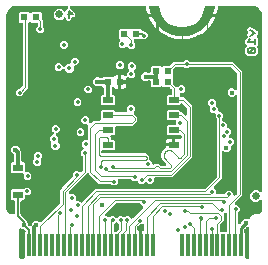
<source format=gbl>
G04 EAGLE Gerber RS-274X export*
G75*
%MOMM*%
%FSLAX34Y34*%
%LPD*%
%INBottom Copper*%
%IPPOS*%
%AMOC8*
5,1,8,0,0,1.08239X$1,22.5*%
G01*
%ADD10C,0.152400*%
%ADD11C,0.127000*%
%ADD12R,0.600000X0.600000*%
%ADD13C,0.635000*%
%ADD14R,0.350000X1.950000*%
%ADD15C,0.352400*%
%ADD16C,0.101600*%
%ADD17R,0.850000X0.500000*%
%ADD18R,0.830000X0.630000*%
%ADD19C,0.406400*%
%ADD20C,0.300000*%
%ADD21C,0.203200*%
%ADD22C,0.114300*%
%ADD23C,0.254000*%
%ADD24C,0.150000*%

G36*
X177534Y213421D02*
X177534Y213421D01*
X177542Y213447D01*
X178236Y217458D01*
X178231Y217496D01*
X178237Y217533D01*
X178224Y217564D01*
X178220Y217596D01*
X178196Y217626D01*
X178180Y217661D01*
X178153Y217679D01*
X178132Y217705D01*
X178095Y217717D01*
X178064Y217738D01*
X178006Y217747D01*
X177999Y217749D01*
X177996Y217748D01*
X177990Y217749D01*
X169990Y217749D01*
X169926Y217731D01*
X169856Y217710D01*
X169855Y217710D01*
X169810Y217658D01*
X169764Y217605D01*
X169764Y217604D01*
X169743Y217533D01*
X169361Y214671D01*
X168542Y211922D01*
X167303Y209336D01*
X165675Y206975D01*
X163697Y204897D01*
X161419Y203155D01*
X158897Y201791D01*
X156191Y200838D01*
X153371Y200320D01*
X150490Y200249D01*
X147609Y200320D01*
X144789Y200838D01*
X142084Y201791D01*
X139561Y203155D01*
X137283Y204897D01*
X135305Y206975D01*
X133677Y209336D01*
X132438Y211922D01*
X131619Y214671D01*
X131579Y214966D01*
X131546Y215215D01*
X131480Y215714D01*
X131446Y215963D01*
X131380Y216461D01*
X131380Y216462D01*
X131347Y216711D01*
X131280Y217209D01*
X131237Y217533D01*
X131206Y217603D01*
X131180Y217661D01*
X131120Y217701D01*
X131064Y217738D01*
X130990Y217749D01*
X130478Y217749D01*
X130469Y217764D01*
X130439Y217792D01*
X130416Y217825D01*
X130324Y217901D01*
X130237Y217982D01*
X130202Y218002D01*
X130171Y218027D01*
X130063Y218078D01*
X129959Y218136D01*
X129920Y218146D01*
X129883Y218163D01*
X129766Y218185D01*
X129651Y218215D01*
X129591Y218219D01*
X129571Y218223D01*
X129570Y218223D01*
X129550Y218221D01*
X129490Y218225D01*
X129372Y218210D01*
X129253Y218203D01*
X129214Y218190D01*
X129174Y218185D01*
X129064Y218142D01*
X128950Y218105D01*
X128916Y218083D01*
X128879Y218068D01*
X128782Y217999D01*
X128682Y217935D01*
X128654Y217905D01*
X128621Y217882D01*
X128545Y217790D01*
X128507Y217749D01*
X122990Y217749D01*
X122952Y217738D01*
X122913Y217737D01*
X122887Y217719D01*
X122856Y217710D01*
X122830Y217681D01*
X122798Y217659D01*
X122785Y217629D01*
X122764Y217605D01*
X122758Y217566D01*
X122743Y217530D01*
X122744Y217474D01*
X122743Y217467D01*
X122744Y217463D01*
X122745Y217456D01*
X123465Y213458D01*
X123469Y213449D01*
X123474Y213423D01*
X124196Y211269D01*
X121442Y211269D01*
X121047Y212489D01*
X120383Y215616D01*
X120248Y216890D01*
X120244Y216908D01*
X120244Y216927D01*
X120217Y217061D01*
X120215Y217072D01*
X120214Y217076D01*
X120212Y217085D01*
X120158Y217285D01*
X120116Y217389D01*
X120081Y217495D01*
X120056Y217535D01*
X120038Y217579D01*
X119971Y217669D01*
X119911Y217764D01*
X119877Y217797D01*
X119849Y217834D01*
X119761Y217905D01*
X119680Y217982D01*
X119638Y218005D01*
X119602Y218035D01*
X119499Y218081D01*
X119401Y218136D01*
X119355Y218147D01*
X119313Y218167D01*
X119202Y218187D01*
X119093Y218215D01*
X119021Y218220D01*
X119000Y218223D01*
X118981Y218222D01*
X118933Y218225D01*
X56501Y218225D01*
X56363Y218208D01*
X56225Y218195D01*
X56206Y218188D01*
X56185Y218185D01*
X56056Y218134D01*
X55925Y218087D01*
X55909Y218076D01*
X55890Y218068D01*
X55777Y217987D01*
X55662Y217909D01*
X55649Y217893D01*
X55632Y217882D01*
X55544Y217775D01*
X55452Y217670D01*
X55443Y217652D01*
X55430Y217637D01*
X55371Y217511D01*
X55307Y217387D01*
X55303Y217367D01*
X55294Y217349D01*
X55268Y217213D01*
X55238Y217077D01*
X55238Y217056D01*
X55234Y217037D01*
X55243Y216898D01*
X55247Y216759D01*
X55253Y216739D01*
X55254Y216719D01*
X55297Y216587D01*
X55336Y216453D01*
X55346Y216436D01*
X55352Y216417D01*
X55426Y216299D01*
X55497Y216179D01*
X55516Y216158D01*
X55522Y216148D01*
X55537Y216134D01*
X55604Y216059D01*
X59945Y211717D01*
X59945Y209928D01*
X58680Y208663D01*
X58036Y208663D01*
X57918Y208648D01*
X57799Y208641D01*
X57761Y208628D01*
X57721Y208623D01*
X57610Y208579D01*
X57497Y208543D01*
X57463Y208521D01*
X57425Y208506D01*
X57329Y208436D01*
X57228Y208372D01*
X57200Y208343D01*
X57168Y208319D01*
X57092Y208228D01*
X57010Y208141D01*
X56991Y208105D01*
X56965Y208074D01*
X56914Y207967D01*
X56857Y207862D01*
X56847Y207823D01*
X56829Y207787D01*
X56807Y207670D01*
X56777Y207554D01*
X56773Y207494D01*
X56770Y207474D01*
X56771Y207454D01*
X56767Y207394D01*
X56767Y206750D01*
X55502Y205485D01*
X53713Y205485D01*
X52448Y206750D01*
X52448Y207075D01*
X52430Y207212D01*
X52417Y207351D01*
X52410Y207370D01*
X52408Y207390D01*
X52357Y207519D01*
X52310Y207651D01*
X52298Y207667D01*
X52291Y207686D01*
X52209Y207799D01*
X52131Y207914D01*
X52116Y207927D01*
X52104Y207943D01*
X51997Y208032D01*
X51893Y208124D01*
X51875Y208133D01*
X51859Y208146D01*
X51733Y208206D01*
X51609Y208269D01*
X51589Y208273D01*
X51571Y208282D01*
X51435Y208308D01*
X51299Y208338D01*
X51279Y208338D01*
X51259Y208342D01*
X51120Y208333D01*
X50981Y208329D01*
X50962Y208323D01*
X50941Y208322D01*
X50809Y208279D01*
X50676Y208240D01*
X50658Y208230D01*
X50639Y208224D01*
X50521Y208149D01*
X50402Y208079D01*
X50381Y208060D01*
X50370Y208054D01*
X50356Y208039D01*
X50281Y207972D01*
X48429Y206120D01*
X44535Y206120D01*
X41782Y208873D01*
X41782Y212767D01*
X44535Y215520D01*
X48429Y215520D01*
X50281Y213668D01*
X50391Y213582D01*
X50498Y213494D01*
X50516Y213485D01*
X50532Y213473D01*
X50660Y213417D01*
X50785Y213358D01*
X50805Y213354D01*
X50824Y213346D01*
X50962Y213324D01*
X51098Y213298D01*
X51118Y213300D01*
X51138Y213296D01*
X51277Y213310D01*
X51415Y213318D01*
X51434Y213324D01*
X51455Y213326D01*
X51586Y213373D01*
X51718Y213416D01*
X51735Y213427D01*
X51754Y213434D01*
X51869Y213512D01*
X51986Y213586D01*
X52000Y213601D01*
X52017Y213612D01*
X52109Y213717D01*
X52204Y213818D01*
X52214Y213836D01*
X52228Y213851D01*
X52291Y213975D01*
X52358Y214096D01*
X52363Y214116D01*
X52372Y214134D01*
X52403Y214270D01*
X52437Y214404D01*
X52439Y214432D01*
X52442Y214444D01*
X52441Y214465D01*
X52448Y214565D01*
X52448Y214895D01*
X53611Y216059D01*
X53696Y216168D01*
X53785Y216275D01*
X53794Y216294D01*
X53806Y216310D01*
X53861Y216438D01*
X53921Y216563D01*
X53924Y216583D01*
X53932Y216602D01*
X53954Y216740D01*
X53980Y216876D01*
X53979Y216896D01*
X53982Y216916D01*
X53969Y217054D01*
X53961Y217193D01*
X53954Y217212D01*
X53952Y217232D01*
X53905Y217363D01*
X53863Y217495D01*
X53852Y217513D01*
X53845Y217532D01*
X53767Y217646D01*
X53692Y217764D01*
X53678Y217778D01*
X53666Y217795D01*
X53562Y217887D01*
X53461Y217982D01*
X53443Y217992D01*
X53428Y218005D01*
X53304Y218068D01*
X53182Y218136D01*
X53163Y218141D01*
X53145Y218150D01*
X53009Y218180D01*
X52874Y218215D01*
X52846Y218217D01*
X52834Y218220D01*
X52814Y218219D01*
X52714Y218225D01*
X10068Y218225D01*
X10053Y218223D01*
X10037Y218225D01*
X9877Y218211D01*
X8080Y217937D01*
X8079Y217937D01*
X8077Y217936D01*
X7920Y217891D01*
X7774Y217850D01*
X7773Y217849D01*
X7771Y217849D01*
X7628Y217776D01*
X4509Y215942D01*
X4444Y215892D01*
X4373Y215850D01*
X4318Y215795D01*
X4257Y215747D01*
X4207Y215683D01*
X4149Y215624D01*
X4065Y215501D01*
X4062Y215496D01*
X4061Y215495D01*
X4058Y215491D01*
X2224Y212372D01*
X2223Y212371D01*
X2222Y212370D01*
X2159Y212222D01*
X2098Y212080D01*
X2098Y212079D01*
X2097Y212077D01*
X2063Y211920D01*
X1789Y210123D01*
X1789Y210107D01*
X1785Y210092D01*
X1775Y209932D01*
X1775Y46078D01*
X1777Y46061D01*
X1775Y46043D01*
X1790Y45883D01*
X1910Y45111D01*
X1946Y44986D01*
X1998Y44806D01*
X1998Y44805D01*
X2071Y44661D01*
X2866Y43314D01*
X2915Y43250D01*
X2956Y43181D01*
X3012Y43125D01*
X3060Y43062D01*
X3124Y43013D01*
X3181Y42956D01*
X3309Y42869D01*
X3311Y42867D01*
X3312Y42867D01*
X3314Y42866D01*
X4661Y42071D01*
X4662Y42071D01*
X4662Y42070D01*
X4799Y42011D01*
X4953Y41945D01*
X4954Y41945D01*
X5111Y41910D01*
X5784Y41805D01*
X5806Y41804D01*
X5879Y41794D01*
X6140Y41773D01*
X6158Y41774D01*
X6205Y41770D01*
X6994Y41748D01*
X7016Y41737D01*
X7081Y41725D01*
X7144Y41703D01*
X7303Y41680D01*
X7785Y41642D01*
X7795Y41643D01*
X7806Y41641D01*
X7954Y41650D01*
X8103Y41657D01*
X8113Y41660D01*
X8123Y41660D01*
X8264Y41706D01*
X8407Y41750D01*
X8416Y41755D01*
X8425Y41758D01*
X8551Y41838D01*
X8678Y41916D01*
X8685Y41923D01*
X8694Y41929D01*
X8795Y42036D01*
X8900Y42144D01*
X8905Y42153D01*
X8912Y42160D01*
X8984Y42290D01*
X9058Y42420D01*
X9061Y42430D01*
X9066Y42439D01*
X9103Y42582D01*
X9142Y42726D01*
X9142Y42737D01*
X9145Y42747D01*
X9155Y42907D01*
X9155Y52056D01*
X9140Y52174D01*
X9133Y52293D01*
X9120Y52331D01*
X9115Y52372D01*
X9072Y52482D01*
X9035Y52595D01*
X9013Y52630D01*
X8998Y52667D01*
X8929Y52763D01*
X8865Y52864D01*
X8835Y52892D01*
X8812Y52925D01*
X8720Y53001D01*
X8633Y53082D01*
X8598Y53102D01*
X8567Y53127D01*
X8459Y53178D01*
X8355Y53236D01*
X8315Y53246D01*
X8279Y53263D01*
X8162Y53285D01*
X8047Y53315D01*
X7987Y53319D01*
X7967Y53323D01*
X7946Y53321D01*
X7886Y53325D01*
X6648Y53325D01*
X5755Y54218D01*
X5755Y61782D01*
X6648Y62675D01*
X15917Y62675D01*
X16015Y62687D01*
X16114Y62690D01*
X16172Y62707D01*
X16232Y62715D01*
X16324Y62751D01*
X16420Y62779D01*
X16472Y62809D01*
X16528Y62832D01*
X16608Y62890D01*
X16693Y62940D01*
X16769Y63006D01*
X16785Y63018D01*
X16793Y63028D01*
X16814Y63046D01*
X18047Y64279D01*
X20769Y64279D01*
X22695Y62353D01*
X22695Y59631D01*
X20769Y57705D01*
X18374Y57705D01*
X18256Y57690D01*
X18137Y57683D01*
X18099Y57670D01*
X18058Y57665D01*
X17948Y57622D01*
X17835Y57585D01*
X17800Y57563D01*
X17763Y57548D01*
X17667Y57479D01*
X17566Y57415D01*
X17538Y57385D01*
X17505Y57362D01*
X17429Y57270D01*
X17348Y57183D01*
X17328Y57148D01*
X17303Y57117D01*
X17252Y57009D01*
X17194Y56905D01*
X17184Y56865D01*
X17167Y56829D01*
X17145Y56712D01*
X17115Y56597D01*
X17111Y56537D01*
X17107Y56517D01*
X17109Y56496D01*
X17105Y56436D01*
X17105Y54218D01*
X16212Y53325D01*
X14974Y53325D01*
X14856Y53310D01*
X14737Y53303D01*
X14699Y53290D01*
X14658Y53285D01*
X14548Y53242D01*
X14435Y53205D01*
X14400Y53183D01*
X14363Y53168D01*
X14267Y53099D01*
X14166Y53035D01*
X14138Y53005D01*
X14105Y52982D01*
X14029Y52890D01*
X13948Y52803D01*
X13928Y52768D01*
X13903Y52737D01*
X13852Y52629D01*
X13794Y52525D01*
X13784Y52485D01*
X13767Y52449D01*
X13745Y52332D01*
X13715Y52217D01*
X13711Y52157D01*
X13707Y52137D01*
X13709Y52116D01*
X13705Y52056D01*
X13705Y42038D01*
X13717Y41940D01*
X13720Y41841D01*
X13737Y41783D01*
X13745Y41722D01*
X13781Y41630D01*
X13809Y41535D01*
X13839Y41483D01*
X13862Y41427D01*
X13920Y41347D01*
X13970Y41261D01*
X14036Y41186D01*
X14048Y41169D01*
X14058Y41162D01*
X14076Y41140D01*
X18775Y36442D01*
X18775Y35781D01*
X18787Y35683D01*
X18790Y35584D01*
X18797Y35560D01*
X18797Y35559D01*
X18799Y35552D01*
X18807Y35526D01*
X18815Y35465D01*
X18851Y35373D01*
X18879Y35278D01*
X18909Y35226D01*
X18932Y35170D01*
X18990Y35090D01*
X19040Y35004D01*
X19106Y34929D01*
X19118Y34912D01*
X19128Y34905D01*
X19146Y34883D01*
X20057Y33973D01*
X20057Y32899D01*
X20074Y32761D01*
X20087Y32622D01*
X20094Y32603D01*
X20097Y32583D01*
X20148Y32454D01*
X20195Y32323D01*
X20206Y32306D01*
X20214Y32287D01*
X20295Y32175D01*
X20373Y32060D01*
X20389Y32046D01*
X20400Y32030D01*
X20508Y31941D01*
X20612Y31849D01*
X20630Y31840D01*
X20645Y31827D01*
X20771Y31768D01*
X20895Y31705D01*
X20915Y31700D01*
X20933Y31692D01*
X21070Y31666D01*
X21205Y31635D01*
X21226Y31636D01*
X21245Y31632D01*
X21384Y31641D01*
X21523Y31645D01*
X21543Y31650D01*
X21563Y31652D01*
X21695Y31694D01*
X21829Y31733D01*
X21846Y31743D01*
X21865Y31750D01*
X21983Y31824D01*
X22103Y31895D01*
X22124Y31913D01*
X22134Y31920D01*
X22148Y31935D01*
X22223Y32001D01*
X23072Y32849D01*
X23132Y32927D01*
X23200Y33000D01*
X23229Y33053D01*
X23266Y33100D01*
X23306Y33191D01*
X23354Y33278D01*
X23369Y33337D01*
X23393Y33392D01*
X23408Y33490D01*
X23433Y33586D01*
X23439Y33686D01*
X23443Y33706D01*
X23441Y33719D01*
X23443Y33747D01*
X23443Y33973D01*
X25527Y36057D01*
X28473Y36057D01*
X29422Y35108D01*
X29516Y35035D01*
X29605Y34956D01*
X29641Y34938D01*
X29673Y34913D01*
X29782Y34866D01*
X29889Y34811D01*
X29928Y34803D01*
X29965Y34787D01*
X30083Y34768D01*
X30199Y34742D01*
X30239Y34743D01*
X30279Y34737D01*
X30398Y34748D01*
X30517Y34751D01*
X30556Y34763D01*
X30596Y34767D01*
X30708Y34807D01*
X30822Y34840D01*
X30857Y34860D01*
X30895Y34874D01*
X30994Y34941D01*
X31096Y35001D01*
X31142Y35041D01*
X31158Y35053D01*
X31172Y35068D01*
X31217Y35108D01*
X46872Y50762D01*
X46932Y50841D01*
X47000Y50913D01*
X47029Y50966D01*
X47066Y51014D01*
X47106Y51104D01*
X47154Y51191D01*
X47169Y51250D01*
X47193Y51305D01*
X47208Y51403D01*
X47233Y51499D01*
X47239Y51599D01*
X47243Y51619D01*
X47241Y51632D01*
X47243Y51660D01*
X47243Y62564D01*
X48806Y64126D01*
X57620Y72940D01*
X57680Y73018D01*
X57748Y73091D01*
X57777Y73144D01*
X57814Y73191D01*
X57854Y73282D01*
X57902Y73369D01*
X57917Y73428D01*
X57941Y73483D01*
X57956Y73581D01*
X57981Y73677D01*
X57987Y73777D01*
X57991Y73797D01*
X57989Y73810D01*
X57991Y73838D01*
X57991Y76495D01*
X59917Y78421D01*
X62639Y78421D01*
X63659Y77401D01*
X63753Y77328D01*
X63843Y77249D01*
X63879Y77231D01*
X63911Y77206D01*
X64020Y77159D01*
X64126Y77105D01*
X64165Y77096D01*
X64202Y77080D01*
X64320Y77061D01*
X64436Y77035D01*
X64476Y77036D01*
X64516Y77030D01*
X64635Y77041D01*
X64754Y77045D01*
X64793Y77056D01*
X64833Y77060D01*
X64945Y77100D01*
X65059Y77133D01*
X65094Y77154D01*
X65132Y77167D01*
X65231Y77234D01*
X65333Y77295D01*
X65379Y77334D01*
X65395Y77346D01*
X65409Y77361D01*
X65454Y77401D01*
X66176Y78122D01*
X66236Y78200D01*
X66304Y78273D01*
X66333Y78326D01*
X66370Y78374D01*
X66410Y78464D01*
X66458Y78551D01*
X66473Y78610D01*
X66497Y78665D01*
X66512Y78763D01*
X66537Y78859D01*
X66543Y78959D01*
X66547Y78979D01*
X66545Y78992D01*
X66547Y79020D01*
X66547Y90331D01*
X66535Y90429D01*
X66532Y90528D01*
X66515Y90586D01*
X66507Y90646D01*
X66471Y90738D01*
X66443Y90834D01*
X66413Y90886D01*
X66390Y90942D01*
X66332Y91022D01*
X66282Y91107D01*
X66216Y91183D01*
X66204Y91199D01*
X66194Y91207D01*
X66176Y91228D01*
X65293Y92111D01*
X65293Y94833D01*
X66971Y96511D01*
X67044Y96606D01*
X67123Y96695D01*
X67141Y96731D01*
X67166Y96763D01*
X67214Y96872D01*
X67268Y96978D01*
X67277Y97017D01*
X67293Y97055D01*
X67311Y97172D01*
X67337Y97288D01*
X67336Y97329D01*
X67342Y97369D01*
X67331Y97487D01*
X67328Y97606D01*
X67316Y97645D01*
X67313Y97685D01*
X67272Y97798D01*
X67239Y97912D01*
X67219Y97946D01*
X67205Y97985D01*
X67138Y98083D01*
X67078Y98186D01*
X67038Y98231D01*
X67026Y98248D01*
X67011Y98261D01*
X66971Y98306D01*
X65547Y99731D01*
X65547Y102453D01*
X67473Y104379D01*
X69533Y104379D01*
X69651Y104394D01*
X69769Y104401D01*
X69808Y104414D01*
X69848Y104419D01*
X69959Y104462D01*
X70072Y104499D01*
X70106Y104521D01*
X70144Y104536D01*
X70240Y104605D01*
X70341Y104669D01*
X70368Y104699D01*
X70401Y104722D01*
X70477Y104814D01*
X70559Y104901D01*
X70578Y104936D01*
X70604Y104967D01*
X70655Y105075D01*
X70712Y105179D01*
X70722Y105219D01*
X70739Y105255D01*
X70762Y105372D01*
X70792Y105487D01*
X70795Y105547D01*
X70799Y105567D01*
X70798Y105588D01*
X70802Y105648D01*
X70802Y116027D01*
X70826Y116084D01*
X70885Y116209D01*
X70889Y116229D01*
X70897Y116248D01*
X70919Y116385D01*
X70945Y116522D01*
X70944Y116542D01*
X70947Y116562D01*
X70934Y116700D01*
X70925Y116839D01*
X70919Y116858D01*
X70917Y116878D01*
X70870Y117010D01*
X70827Y117141D01*
X70817Y117158D01*
X70810Y117178D01*
X70732Y117292D01*
X70657Y117410D01*
X70642Y117424D01*
X70631Y117441D01*
X70527Y117532D01*
X70426Y117628D01*
X70408Y117638D01*
X70393Y117651D01*
X70269Y117714D01*
X70147Y117782D01*
X70128Y117787D01*
X70110Y117796D01*
X69973Y117826D01*
X69839Y117861D01*
X69811Y117863D01*
X69799Y117866D01*
X69779Y117865D01*
X69679Y117871D01*
X67219Y117871D01*
X65293Y119797D01*
X65293Y122519D01*
X67219Y124445D01*
X69941Y124445D01*
X71867Y122519D01*
X71867Y120059D01*
X71884Y119922D01*
X71897Y119783D01*
X71904Y119764D01*
X71907Y119744D01*
X71958Y119615D01*
X72005Y119484D01*
X72016Y119467D01*
X72024Y119448D01*
X72105Y119336D01*
X72183Y119221D01*
X72199Y119207D01*
X72210Y119191D01*
X72317Y119102D01*
X72422Y119010D01*
X72440Y119001D01*
X72455Y118988D01*
X72581Y118929D01*
X72705Y118866D01*
X72725Y118861D01*
X72743Y118853D01*
X72880Y118826D01*
X73015Y118796D01*
X73036Y118797D01*
X73055Y118793D01*
X73194Y118801D01*
X73333Y118806D01*
X73353Y118811D01*
X73373Y118813D01*
X73505Y118855D01*
X73639Y118894D01*
X73656Y118904D01*
X73675Y118911D01*
X73793Y118985D01*
X73913Y119056D01*
X73934Y119074D01*
X73944Y119081D01*
X73958Y119096D01*
X74034Y119162D01*
X74240Y119369D01*
X75840Y120968D01*
X80776Y120968D01*
X80894Y120983D01*
X81013Y120991D01*
X81051Y121003D01*
X81092Y121008D01*
X81202Y121052D01*
X81315Y121089D01*
X81350Y121110D01*
X81387Y121125D01*
X81483Y121195D01*
X81584Y121259D01*
X81612Y121288D01*
X81645Y121312D01*
X81721Y121404D01*
X81802Y121490D01*
X81822Y121526D01*
X81847Y121557D01*
X81898Y121665D01*
X81956Y121769D01*
X81966Y121808D01*
X81983Y121845D01*
X82005Y121961D01*
X82035Y122077D01*
X82039Y122137D01*
X82043Y122157D01*
X82041Y122177D01*
X82045Y122237D01*
X82045Y128862D01*
X82938Y129755D01*
X92702Y129755D01*
X93626Y128830D01*
X93630Y128820D01*
X93635Y128780D01*
X93678Y128669D01*
X93715Y128556D01*
X93737Y128522D01*
X93752Y128484D01*
X93821Y128388D01*
X93885Y128287D01*
X93915Y128260D01*
X93938Y128227D01*
X94030Y128151D01*
X94117Y128069D01*
X94152Y128050D01*
X94183Y128024D01*
X94291Y127973D01*
X94395Y127916D01*
X94435Y127906D01*
X94471Y127889D01*
X94588Y127866D01*
X94703Y127836D01*
X94763Y127833D01*
X94783Y127829D01*
X94804Y127830D01*
X94864Y127826D01*
X102844Y127826D01*
X102962Y127841D01*
X103081Y127849D01*
X103119Y127861D01*
X103160Y127866D01*
X103270Y127910D01*
X103383Y127947D01*
X103418Y127968D01*
X103455Y127983D01*
X103551Y128053D01*
X103652Y128117D01*
X103680Y128146D01*
X103713Y128170D01*
X103789Y128262D01*
X103870Y128348D01*
X103890Y128384D01*
X103915Y128415D01*
X103966Y128523D01*
X104024Y128627D01*
X104034Y128666D01*
X104051Y128703D01*
X104073Y128819D01*
X104103Y128935D01*
X104107Y128995D01*
X104111Y129015D01*
X104109Y129035D01*
X104113Y129095D01*
X104113Y132161D01*
X106039Y134087D01*
X108761Y134087D01*
X110687Y132161D01*
X110687Y129439D01*
X109971Y128723D01*
X109898Y128628D01*
X109819Y128539D01*
X109801Y128503D01*
X109776Y128471D01*
X109729Y128362D01*
X109674Y128256D01*
X109666Y128217D01*
X109650Y128180D01*
X109631Y128062D01*
X109605Y127946D01*
X109606Y127905D01*
X109600Y127865D01*
X109611Y127747D01*
X109614Y127628D01*
X109626Y127589D01*
X109630Y127549D01*
X109670Y127437D01*
X109703Y127322D01*
X109723Y127288D01*
X109737Y127250D01*
X109804Y127151D01*
X109864Y127049D01*
X109904Y127003D01*
X109916Y126986D01*
X109931Y126973D01*
X109971Y126928D01*
X112586Y124312D01*
X112586Y120544D01*
X108818Y116776D01*
X95372Y116776D01*
X95254Y116761D01*
X95135Y116753D01*
X95097Y116741D01*
X95056Y116736D01*
X94946Y116692D01*
X94833Y116655D01*
X94798Y116634D01*
X94761Y116619D01*
X94665Y116549D01*
X94564Y116485D01*
X94536Y116456D01*
X94503Y116432D01*
X94427Y116340D01*
X94346Y116254D01*
X94326Y116218D01*
X94301Y116187D01*
X94250Y116079D01*
X94192Y115975D01*
X94182Y115936D01*
X94165Y115899D01*
X94143Y115783D01*
X94113Y115667D01*
X94109Y115607D01*
X94105Y115587D01*
X94107Y115567D01*
X94103Y115507D01*
X94103Y109688D01*
X92912Y108497D01*
X91079Y108497D01*
X90941Y108480D01*
X90803Y108467D01*
X90784Y108460D01*
X90764Y108457D01*
X90634Y108406D01*
X90504Y108359D01*
X90487Y108348D01*
X90468Y108340D01*
X90356Y108259D01*
X90241Y108181D01*
X90227Y108165D01*
X90211Y108154D01*
X90122Y108046D01*
X90030Y107942D01*
X90021Y107924D01*
X90008Y107909D01*
X89949Y107783D01*
X89886Y107659D01*
X89881Y107639D01*
X89873Y107621D01*
X89847Y107485D01*
X89816Y107348D01*
X89817Y107328D01*
X89813Y107309D01*
X89821Y107170D01*
X89826Y107031D01*
X89831Y107011D01*
X89833Y106991D01*
X89875Y106859D01*
X89914Y106725D01*
X89916Y106722D01*
X89916Y105624D01*
X89931Y105506D01*
X89939Y105387D01*
X89951Y105349D01*
X89956Y105308D01*
X90000Y105198D01*
X90037Y105085D01*
X90058Y105050D01*
X90073Y105013D01*
X90143Y104917D01*
X90207Y104816D01*
X90236Y104788D01*
X90260Y104755D01*
X90352Y104679D01*
X90438Y104598D01*
X90474Y104578D01*
X90505Y104553D01*
X90613Y104502D01*
X90717Y104444D01*
X90756Y104434D01*
X90793Y104417D01*
X90909Y104395D01*
X91025Y104365D01*
X91085Y104361D01*
X91105Y104357D01*
X91125Y104359D01*
X91185Y104355D01*
X92702Y104355D01*
X93595Y103462D01*
X93595Y97198D01*
X92702Y96305D01*
X83375Y96305D01*
X83257Y96290D01*
X83139Y96283D01*
X83100Y96270D01*
X83060Y96265D01*
X82949Y96222D01*
X82836Y96185D01*
X82802Y96163D01*
X82764Y96148D01*
X82668Y96079D01*
X82567Y96015D01*
X82540Y95985D01*
X82507Y95962D01*
X82431Y95870D01*
X82349Y95783D01*
X82330Y95748D01*
X82304Y95717D01*
X82253Y95609D01*
X82196Y95505D01*
X82186Y95465D01*
X82169Y95429D01*
X82146Y95312D01*
X82116Y95197D01*
X82113Y95137D01*
X82109Y95117D01*
X82110Y95096D01*
X82106Y95036D01*
X82106Y94454D01*
X82121Y94336D01*
X82129Y94217D01*
X82141Y94179D01*
X82146Y94139D01*
X82190Y94028D01*
X82227Y93915D01*
X82248Y93881D01*
X82263Y93843D01*
X82333Y93747D01*
X82397Y93646D01*
X82426Y93619D01*
X82450Y93586D01*
X82542Y93510D01*
X82628Y93428D01*
X82664Y93409D01*
X82695Y93383D01*
X82803Y93332D01*
X82907Y93275D01*
X82946Y93265D01*
X82983Y93247D01*
X83099Y93225D01*
X83215Y93195D01*
X83275Y93192D01*
X83295Y93188D01*
X83315Y93189D01*
X83375Y93185D01*
X119882Y93185D01*
X121710Y92130D01*
X122765Y90302D01*
X122765Y88149D01*
X122777Y88051D01*
X122780Y87952D01*
X122797Y87893D01*
X122805Y87833D01*
X122841Y87741D01*
X122869Y87646D01*
X122900Y87594D01*
X122922Y87538D01*
X122980Y87457D01*
X123030Y87372D01*
X123097Y87297D01*
X123109Y87280D01*
X123118Y87272D01*
X123137Y87251D01*
X124699Y85689D01*
X124699Y85007D01*
X124716Y84869D01*
X124729Y84731D01*
X124736Y84712D01*
X124739Y84692D01*
X124790Y84562D01*
X124837Y84432D01*
X124848Y84415D01*
X124856Y84396D01*
X124937Y84284D01*
X125015Y84169D01*
X125031Y84155D01*
X125042Y84139D01*
X125150Y84050D01*
X125254Y83958D01*
X125272Y83949D01*
X125287Y83936D01*
X125413Y83877D01*
X125537Y83814D01*
X125557Y83809D01*
X125575Y83801D01*
X125712Y83774D01*
X125847Y83744D01*
X125868Y83745D01*
X125887Y83741D01*
X126026Y83749D01*
X126165Y83754D01*
X126185Y83759D01*
X126205Y83761D01*
X126337Y83803D01*
X126471Y83842D01*
X126488Y83852D01*
X126507Y83859D01*
X126625Y83933D01*
X126745Y84004D01*
X126766Y84022D01*
X126776Y84029D01*
X126790Y84044D01*
X126866Y84110D01*
X127148Y84392D01*
X130662Y84392D01*
X132069Y82986D01*
X132147Y82925D01*
X132219Y82857D01*
X132272Y82828D01*
X132320Y82791D01*
X132411Y82752D01*
X132497Y82704D01*
X132556Y82689D01*
X132612Y82665D01*
X132710Y82649D01*
X132805Y82624D01*
X132905Y82618D01*
X132926Y82615D01*
X132938Y82616D01*
X132966Y82614D01*
X135957Y82614D01*
X136095Y82632D01*
X136234Y82645D01*
X136253Y82652D01*
X136273Y82654D01*
X136402Y82705D01*
X136533Y82752D01*
X136550Y82764D01*
X136569Y82771D01*
X136681Y82853D01*
X136796Y82931D01*
X136809Y82946D01*
X136826Y82958D01*
X136915Y83065D01*
X137007Y83169D01*
X137016Y83187D01*
X137029Y83203D01*
X137088Y83329D01*
X137151Y83453D01*
X137156Y83472D01*
X137164Y83491D01*
X137190Y83627D01*
X137221Y83763D01*
X137220Y83783D01*
X137224Y83803D01*
X137215Y83941D01*
X137211Y84081D01*
X137206Y84100D01*
X137204Y84120D01*
X137162Y84252D01*
X137123Y84386D01*
X137112Y84404D01*
X137106Y84423D01*
X137032Y84540D01*
X136961Y84660D01*
X136943Y84681D01*
X136936Y84692D01*
X136921Y84706D01*
X136855Y84781D01*
X136163Y85473D01*
X135178Y86458D01*
X135177Y86458D01*
X134322Y87313D01*
X134192Y87444D01*
X133826Y87809D01*
X132837Y91501D01*
X133826Y95192D01*
X134192Y95557D01*
X135173Y96538D01*
X135174Y96539D01*
X135176Y96541D01*
X136158Y97523D01*
X136218Y97601D01*
X136286Y97673D01*
X136315Y97726D01*
X136352Y97774D01*
X136392Y97865D01*
X136440Y97952D01*
X136455Y98010D01*
X136479Y98066D01*
X136494Y98164D01*
X136519Y98260D01*
X136525Y98360D01*
X136529Y98380D01*
X136527Y98392D01*
X136529Y98420D01*
X136529Y99061D01*
X143320Y99061D01*
X143438Y99076D01*
X143557Y99083D01*
X143595Y99095D01*
X143635Y99100D01*
X143746Y99144D01*
X143859Y99181D01*
X143893Y99203D01*
X143931Y99217D01*
X144027Y99287D01*
X144128Y99351D01*
X144128Y99352D01*
X144156Y99381D01*
X144188Y99404D01*
X144189Y99405D01*
X144265Y99497D01*
X144346Y99583D01*
X144366Y99619D01*
X144392Y99650D01*
X144442Y99757D01*
X144500Y99862D01*
X144510Y99901D01*
X144527Y99937D01*
X144549Y100054D01*
X144579Y100170D01*
X144583Y100230D01*
X144587Y100250D01*
X144586Y100270D01*
X144589Y100330D01*
X144589Y105371D01*
X147904Y105371D01*
X148452Y105224D01*
X148577Y105207D01*
X148700Y105183D01*
X148734Y105185D01*
X148767Y105181D01*
X148892Y105195D01*
X149017Y105203D01*
X149049Y105213D01*
X149083Y105217D01*
X149201Y105262D01*
X149320Y105301D01*
X149348Y105319D01*
X149380Y105331D01*
X149483Y105404D01*
X149589Y105471D01*
X149612Y105496D01*
X149639Y105515D01*
X149720Y105611D01*
X149807Y105703D01*
X149823Y105732D01*
X149845Y105758D01*
X149899Y105871D01*
X149960Y105981D01*
X149968Y106014D01*
X149983Y106044D01*
X150008Y106168D01*
X150040Y106289D01*
X150043Y106338D01*
X150046Y106356D01*
X150045Y106378D01*
X150050Y106450D01*
X150050Y107789D01*
X150032Y107927D01*
X150019Y108066D01*
X150012Y108085D01*
X150010Y108105D01*
X149959Y108234D01*
X149912Y108365D01*
X149900Y108382D01*
X149893Y108400D01*
X149811Y108513D01*
X149733Y108628D01*
X149718Y108642D01*
X149706Y108658D01*
X149599Y108747D01*
X149494Y108839D01*
X149477Y108848D01*
X149461Y108861D01*
X149335Y108920D01*
X149211Y108983D01*
X149191Y108988D01*
X149173Y108996D01*
X149037Y109022D01*
X148901Y109053D01*
X148881Y109052D01*
X148861Y109056D01*
X148722Y109047D01*
X148583Y109043D01*
X148564Y109037D01*
X148544Y109036D01*
X148448Y109005D01*
X138438Y109005D01*
X137545Y109898D01*
X137545Y116162D01*
X138438Y117055D01*
X144444Y117055D01*
X144562Y117070D01*
X144681Y117077D01*
X144719Y117090D01*
X144760Y117095D01*
X144870Y117138D01*
X144983Y117175D01*
X145018Y117197D01*
X145055Y117212D01*
X145151Y117281D01*
X145252Y117345D01*
X145280Y117375D01*
X145313Y117398D01*
X145389Y117490D01*
X145470Y117577D01*
X145490Y117612D01*
X145515Y117643D01*
X145566Y117751D01*
X145624Y117855D01*
X145634Y117895D01*
X145651Y117931D01*
X145673Y118048D01*
X145703Y118163D01*
X145707Y118223D01*
X145711Y118243D01*
X145709Y118264D01*
X145713Y118324D01*
X145713Y120436D01*
X145698Y120554D01*
X145691Y120673D01*
X145678Y120711D01*
X145673Y120752D01*
X145630Y120862D01*
X145593Y120975D01*
X145571Y121010D01*
X145556Y121047D01*
X145487Y121143D01*
X145423Y121244D01*
X145393Y121272D01*
X145370Y121305D01*
X145278Y121381D01*
X145191Y121462D01*
X145156Y121482D01*
X145125Y121507D01*
X145017Y121558D01*
X144913Y121616D01*
X144873Y121626D01*
X144837Y121643D01*
X144720Y121665D01*
X144605Y121695D01*
X144545Y121699D01*
X144525Y121703D01*
X144504Y121701D01*
X144444Y121705D01*
X138438Y121705D01*
X137545Y122598D01*
X137545Y128862D01*
X138438Y129755D01*
X148202Y129755D01*
X149126Y128830D01*
X149130Y128820D01*
X149135Y128780D01*
X149178Y128669D01*
X149215Y128556D01*
X149237Y128522D01*
X149252Y128484D01*
X149321Y128388D01*
X149385Y128287D01*
X149415Y128260D01*
X149438Y128227D01*
X149530Y128151D01*
X149617Y128069D01*
X149652Y128050D01*
X149683Y128024D01*
X149791Y127973D01*
X149895Y127916D01*
X149935Y127906D01*
X149971Y127889D01*
X150088Y127866D01*
X150203Y127836D01*
X150263Y127833D01*
X150283Y127829D01*
X150304Y127830D01*
X150364Y127826D01*
X150474Y127826D01*
X152709Y125591D01*
X152819Y125506D01*
X152926Y125418D01*
X152944Y125409D01*
X152960Y125397D01*
X153088Y125341D01*
X153214Y125282D01*
X153233Y125278D01*
X153252Y125270D01*
X153390Y125248D01*
X153526Y125222D01*
X153546Y125224D01*
X153566Y125220D01*
X153705Y125233D01*
X153843Y125242D01*
X153863Y125248D01*
X153883Y125250D01*
X154014Y125297D01*
X154146Y125340D01*
X154163Y125351D01*
X154182Y125358D01*
X154297Y125436D01*
X154415Y125510D01*
X154429Y125525D01*
X154445Y125536D01*
X154537Y125641D01*
X154633Y125742D01*
X154642Y125760D01*
X154656Y125775D01*
X154719Y125899D01*
X154786Y126020D01*
X154791Y126040D01*
X154800Y126058D01*
X154831Y126194D01*
X154866Y126328D01*
X154867Y126356D01*
X154870Y126368D01*
X154869Y126389D01*
X154876Y126489D01*
X154876Y130940D01*
X154863Y131038D01*
X154860Y131137D01*
X154844Y131195D01*
X154836Y131255D01*
X154799Y131348D01*
X154772Y131443D01*
X154741Y131495D01*
X154719Y131551D01*
X154661Y131631D01*
X154610Y131717D01*
X154544Y131792D01*
X154532Y131809D01*
X154523Y131816D01*
X154504Y131837D01*
X150966Y135375D01*
X150872Y135448D01*
X150783Y135527D01*
X150747Y135545D01*
X150715Y135570D01*
X150606Y135617D01*
X150500Y135671D01*
X150460Y135680D01*
X150423Y135696D01*
X150305Y135715D01*
X150190Y135741D01*
X150149Y135740D01*
X150109Y135746D01*
X149991Y135735D01*
X149872Y135731D01*
X149833Y135720D01*
X149793Y135716D01*
X149681Y135676D01*
X149566Y135643D01*
X149531Y135623D01*
X149493Y135609D01*
X149395Y135542D01*
X149292Y135481D01*
X149247Y135442D01*
X149230Y135430D01*
X149217Y135415D01*
X149171Y135375D01*
X148202Y134405D01*
X138438Y134405D01*
X137545Y135298D01*
X137545Y141562D01*
X138438Y142455D01*
X140463Y142455D01*
X140581Y142470D01*
X140699Y142477D01*
X140738Y142490D01*
X140778Y142495D01*
X140889Y142538D01*
X141002Y142575D01*
X141036Y142597D01*
X141074Y142612D01*
X141170Y142681D01*
X141271Y142745D01*
X141298Y142775D01*
X141331Y142798D01*
X141407Y142890D01*
X141489Y142977D01*
X141508Y143012D01*
X141534Y143043D01*
X141585Y143151D01*
X141642Y143255D01*
X141652Y143295D01*
X141669Y143331D01*
X141692Y143448D01*
X141722Y143563D01*
X141725Y143623D01*
X141729Y143643D01*
X141728Y143664D01*
X141732Y143724D01*
X141732Y147098D01*
X141719Y147196D01*
X141716Y147295D01*
X141700Y147353D01*
X141692Y147413D01*
X141655Y147506D01*
X141628Y147601D01*
X141597Y147653D01*
X141575Y147709D01*
X141517Y147789D01*
X141466Y147875D01*
X141400Y147950D01*
X141388Y147967D01*
X141379Y147974D01*
X141360Y147995D01*
X140582Y148774D01*
X140504Y148834D01*
X140432Y148902D01*
X140379Y148931D01*
X140331Y148968D01*
X140240Y149008D01*
X140153Y149056D01*
X140095Y149071D01*
X140039Y149095D01*
X139941Y149110D01*
X139845Y149135D01*
X139745Y149141D01*
X139725Y149145D01*
X139712Y149143D01*
X139684Y149145D01*
X134718Y149145D01*
X134248Y149616D01*
X134154Y149689D01*
X134064Y149768D01*
X134028Y149786D01*
X133996Y149811D01*
X133887Y149858D01*
X133781Y149913D01*
X133742Y149921D01*
X133704Y149937D01*
X133587Y149956D01*
X133471Y149982D01*
X133430Y149981D01*
X133390Y149987D01*
X133272Y149976D01*
X133153Y149973D01*
X133114Y149961D01*
X133074Y149958D01*
X132962Y149917D01*
X132847Y149884D01*
X132812Y149864D01*
X132774Y149850D01*
X132676Y149783D01*
X132573Y149723D01*
X132528Y149683D01*
X132511Y149671D01*
X132498Y149656D01*
X132453Y149616D01*
X131982Y149145D01*
X124718Y149145D01*
X123825Y150038D01*
X123825Y153988D01*
X123810Y154106D01*
X123803Y154225D01*
X123790Y154263D01*
X123785Y154304D01*
X123742Y154414D01*
X123705Y154527D01*
X123683Y154562D01*
X123668Y154599D01*
X123599Y154695D01*
X123535Y154796D01*
X123505Y154824D01*
X123482Y154857D01*
X123390Y154933D01*
X123303Y155014D01*
X123268Y155034D01*
X123237Y155059D01*
X123129Y155110D01*
X123025Y155168D01*
X122985Y155178D01*
X122949Y155195D01*
X122832Y155217D01*
X122717Y155247D01*
X122657Y155251D01*
X122637Y155255D01*
X122616Y155253D01*
X122556Y155257D01*
X122165Y155257D01*
X122067Y155245D01*
X121968Y155242D01*
X121910Y155225D01*
X121849Y155217D01*
X121757Y155181D01*
X121662Y155153D01*
X121610Y155123D01*
X121554Y155100D01*
X121474Y155042D01*
X121388Y154992D01*
X121313Y154926D01*
X121296Y154914D01*
X121289Y154904D01*
X121267Y154886D01*
X121107Y154725D01*
X118161Y154725D01*
X116077Y156809D01*
X116077Y159755D01*
X118161Y161839D01*
X121107Y161839D01*
X121267Y161678D01*
X121346Y161618D01*
X121418Y161550D01*
X121471Y161521D01*
X121519Y161484D01*
X121610Y161444D01*
X121696Y161396D01*
X121755Y161381D01*
X121811Y161357D01*
X121909Y161342D01*
X122004Y161317D01*
X122104Y161311D01*
X122125Y161307D01*
X122137Y161309D01*
X122165Y161307D01*
X122556Y161307D01*
X122674Y161322D01*
X122793Y161329D01*
X122831Y161342D01*
X122872Y161347D01*
X122982Y161390D01*
X123095Y161427D01*
X123130Y161449D01*
X123167Y161464D01*
X123263Y161533D01*
X123364Y161597D01*
X123392Y161627D01*
X123425Y161650D01*
X123501Y161742D01*
X123582Y161829D01*
X123602Y161864D01*
X123627Y161895D01*
X123678Y162003D01*
X123736Y162107D01*
X123746Y162147D01*
X123763Y162183D01*
X123785Y162300D01*
X123815Y162415D01*
X123819Y162475D01*
X123823Y162495D01*
X123821Y162516D01*
X123825Y162576D01*
X123825Y166542D01*
X124718Y167435D01*
X131982Y167435D01*
X132453Y166964D01*
X132547Y166891D01*
X132636Y166812D01*
X132672Y166794D01*
X132704Y166769D01*
X132813Y166721D01*
X132919Y166667D01*
X132958Y166659D01*
X132996Y166643D01*
X133113Y166624D01*
X133229Y166598D01*
X133270Y166599D01*
X133310Y166593D01*
X133428Y166604D01*
X133547Y166607D01*
X133586Y166619D01*
X133626Y166622D01*
X133738Y166663D01*
X133853Y166696D01*
X133888Y166716D01*
X133926Y166730D01*
X134024Y166797D01*
X134127Y166857D01*
X134172Y166897D01*
X134189Y166909D01*
X134202Y166924D01*
X134248Y166964D01*
X134718Y167435D01*
X139474Y167435D01*
X139572Y167447D01*
X139671Y167450D01*
X139730Y167467D01*
X139790Y167475D01*
X139882Y167511D01*
X139977Y167539D01*
X140029Y167569D01*
X140085Y167592D01*
X140166Y167650D01*
X140251Y167700D01*
X140326Y167766D01*
X140343Y167778D01*
X140351Y167788D01*
X140372Y167806D01*
X143308Y170743D01*
X151319Y170743D01*
X151417Y170755D01*
X151516Y170758D01*
X151574Y170775D01*
X151634Y170783D01*
X151726Y170819D01*
X151822Y170847D01*
X151874Y170877D01*
X151930Y170900D01*
X152010Y170958D01*
X152095Y171008D01*
X152171Y171074D01*
X152187Y171086D01*
X152195Y171096D01*
X152216Y171114D01*
X153099Y171997D01*
X155821Y171997D01*
X156704Y171114D01*
X156782Y171054D01*
X156854Y170986D01*
X156907Y170957D01*
X156955Y170920D01*
X157046Y170880D01*
X157133Y170832D01*
X157191Y170817D01*
X157247Y170793D01*
X157345Y170778D01*
X157440Y170753D01*
X157541Y170747D01*
X157561Y170743D01*
X157573Y170745D01*
X157601Y170743D01*
X193522Y170743D01*
X201423Y162842D01*
X201423Y57578D01*
X199860Y56016D01*
X195298Y51453D01*
X195213Y51344D01*
X195124Y51237D01*
X195116Y51218D01*
X195103Y51202D01*
X195048Y51074D01*
X194989Y50949D01*
X194985Y50929D01*
X194977Y50910D01*
X194955Y50772D01*
X194929Y50636D01*
X194930Y50616D01*
X194927Y50596D01*
X194940Y50457D01*
X194949Y50319D01*
X194955Y50300D01*
X194957Y50280D01*
X195004Y50148D01*
X195047Y50017D01*
X195058Y49999D01*
X195064Y49980D01*
X195143Y49865D01*
X195217Y49748D01*
X195232Y49734D01*
X195243Y49717D01*
X195347Y49625D01*
X195449Y49530D01*
X195466Y49520D01*
X195481Y49507D01*
X195606Y49443D01*
X195727Y49376D01*
X195747Y49371D01*
X195765Y49362D01*
X195901Y49332D01*
X196035Y49297D01*
X196063Y49295D01*
X196075Y49292D01*
X196095Y49293D01*
X196196Y49287D01*
X197211Y49287D01*
X199137Y47361D01*
X199137Y44639D01*
X197894Y43396D01*
X197834Y43318D01*
X197766Y43246D01*
X197737Y43193D01*
X197700Y43145D01*
X197660Y43054D01*
X197612Y42967D01*
X197597Y42909D01*
X197573Y42853D01*
X197558Y42755D01*
X197533Y42660D01*
X197527Y42559D01*
X197523Y42539D01*
X197525Y42527D01*
X197523Y42499D01*
X197523Y34359D01*
X197540Y34221D01*
X197553Y34083D01*
X197560Y34064D01*
X197563Y34044D01*
X197614Y33915D01*
X197661Y33784D01*
X197672Y33767D01*
X197680Y33748D01*
X197761Y33636D01*
X197839Y33521D01*
X197855Y33507D01*
X197866Y33491D01*
X197974Y33402D01*
X198078Y33310D01*
X198096Y33301D01*
X198111Y33288D01*
X198237Y33229D01*
X198361Y33165D01*
X198381Y33161D01*
X198399Y33152D01*
X198536Y33126D01*
X198671Y33096D01*
X198692Y33096D01*
X198711Y33093D01*
X198850Y33101D01*
X198989Y33105D01*
X199009Y33111D01*
X199029Y33112D01*
X199161Y33155D01*
X199295Y33194D01*
X199312Y33204D01*
X199331Y33210D01*
X199449Y33285D01*
X199569Y33355D01*
X199590Y33374D01*
X199600Y33381D01*
X199614Y33396D01*
X199689Y33462D01*
X200542Y34314D01*
X200602Y34392D01*
X200670Y34464D01*
X200699Y34517D01*
X200736Y34565D01*
X200776Y34656D01*
X200824Y34743D01*
X200839Y34801D01*
X200863Y34857D01*
X200878Y34955D01*
X200903Y35051D01*
X200909Y35151D01*
X200913Y35171D01*
X200911Y35183D01*
X200913Y35211D01*
X200913Y35763D01*
X202997Y37847D01*
X205943Y37847D01*
X206147Y37643D01*
X206251Y37562D01*
X206353Y37476D01*
X206377Y37465D01*
X206398Y37448D01*
X206520Y37396D01*
X206639Y37338D01*
X206665Y37333D01*
X206690Y37322D01*
X206821Y37301D01*
X206951Y37275D01*
X206977Y37276D01*
X207004Y37272D01*
X207136Y37285D01*
X207268Y37291D01*
X207294Y37299D01*
X207320Y37302D01*
X207445Y37347D01*
X207572Y37386D01*
X207595Y37401D01*
X207620Y37410D01*
X207729Y37484D01*
X207842Y37554D01*
X207861Y37573D01*
X207883Y37588D01*
X207971Y37688D01*
X208063Y37783D01*
X208083Y37815D01*
X208093Y37827D01*
X208103Y37846D01*
X208150Y37918D01*
X209208Y39797D01*
X212143Y41653D01*
X212696Y41692D01*
X212768Y41706D01*
X212840Y41710D01*
X212923Y41737D01*
X212972Y41747D01*
X213791Y41770D01*
X213806Y41772D01*
X213844Y41772D01*
X213876Y41774D01*
X214081Y41789D01*
X214102Y41793D01*
X214187Y41801D01*
X214889Y41910D01*
X215006Y41944D01*
X215194Y41998D01*
X215195Y41998D01*
X215339Y42071D01*
X216686Y42866D01*
X216750Y42915D01*
X216819Y42956D01*
X216875Y43012D01*
X216938Y43060D01*
X216987Y43124D01*
X217044Y43181D01*
X217131Y43309D01*
X217133Y43311D01*
X217133Y43312D01*
X217134Y43314D01*
X217929Y44661D01*
X217929Y44662D01*
X217930Y44662D01*
X217999Y44823D01*
X218055Y44953D01*
X218055Y44954D01*
X218090Y45111D01*
X218210Y45883D01*
X218211Y45900D01*
X218215Y45917D01*
X218225Y46078D01*
X218225Y52559D01*
X218208Y52697D01*
X218195Y52835D01*
X218188Y52854D01*
X218185Y52874D01*
X218134Y53003D01*
X218087Y53134D01*
X218076Y53151D01*
X218068Y53170D01*
X217987Y53282D01*
X217909Y53397D01*
X217893Y53411D01*
X217882Y53427D01*
X217774Y53516D01*
X217670Y53608D01*
X217652Y53617D01*
X217637Y53630D01*
X217511Y53689D01*
X217387Y53752D01*
X217367Y53757D01*
X217349Y53766D01*
X217212Y53792D01*
X217077Y53822D01*
X217056Y53821D01*
X217037Y53825D01*
X216898Y53817D01*
X216759Y53812D01*
X216739Y53807D01*
X216719Y53806D01*
X216587Y53763D01*
X216453Y53724D01*
X216436Y53714D01*
X216417Y53708D01*
X216299Y53633D01*
X216179Y53562D01*
X216158Y53544D01*
X216148Y53537D01*
X216134Y53522D01*
X216059Y53456D01*
X215053Y52450D01*
X211159Y52450D01*
X208406Y55203D01*
X208406Y59097D01*
X211159Y61850D01*
X215053Y61850D01*
X216059Y60844D01*
X216168Y60759D01*
X216275Y60670D01*
X216294Y60661D01*
X216310Y60649D01*
X216437Y60594D01*
X216563Y60534D01*
X216583Y60531D01*
X216602Y60523D01*
X216740Y60501D01*
X216876Y60475D01*
X216896Y60476D01*
X216916Y60473D01*
X217055Y60486D01*
X217193Y60494D01*
X217212Y60501D01*
X217232Y60503D01*
X217364Y60550D01*
X217495Y60592D01*
X217513Y60603D01*
X217532Y60610D01*
X217647Y60688D01*
X217764Y60763D01*
X217778Y60777D01*
X217795Y60789D01*
X217887Y60893D01*
X217982Y60994D01*
X217992Y61012D01*
X218005Y61027D01*
X218069Y61151D01*
X218136Y61273D01*
X218141Y61292D01*
X218150Y61310D01*
X218180Y61446D01*
X218215Y61581D01*
X218217Y61609D01*
X218220Y61621D01*
X218219Y61641D01*
X218225Y61741D01*
X218225Y209932D01*
X218223Y209947D01*
X218225Y209963D01*
X218211Y210123D01*
X217937Y211920D01*
X217937Y211921D01*
X217936Y211923D01*
X217892Y212077D01*
X217850Y212226D01*
X217849Y212227D01*
X217849Y212229D01*
X217776Y212372D01*
X215942Y215491D01*
X215892Y215556D01*
X215850Y215627D01*
X215795Y215682D01*
X215747Y215743D01*
X215683Y215793D01*
X215624Y215851D01*
X215501Y215935D01*
X215496Y215938D01*
X215495Y215939D01*
X215491Y215942D01*
X212372Y217776D01*
X212371Y217777D01*
X212370Y217778D01*
X212223Y217841D01*
X212080Y217902D01*
X212079Y217902D01*
X212077Y217903D01*
X211920Y217937D01*
X210123Y218211D01*
X210107Y218211D01*
X210092Y218215D01*
X209932Y218225D01*
X182047Y218225D01*
X181936Y218211D01*
X181824Y218205D01*
X181779Y218191D01*
X181732Y218185D01*
X181628Y218144D01*
X181520Y218111D01*
X181480Y218086D01*
X181436Y218068D01*
X181345Y218002D01*
X181250Y217943D01*
X181217Y217909D01*
X181179Y217882D01*
X181107Y217795D01*
X181029Y217714D01*
X181006Y217673D01*
X180976Y217637D01*
X180928Y217535D01*
X180873Y217437D01*
X180850Y217368D01*
X180841Y217349D01*
X180837Y217331D01*
X180821Y217285D01*
X180772Y217100D01*
X180769Y217077D01*
X180761Y217054D01*
X180735Y216896D01*
X180611Y215633D01*
X179966Y212492D01*
X179577Y211269D01*
X176828Y211269D01*
X177534Y213411D01*
X177534Y213421D01*
G37*
G36*
X65239Y51555D02*
X65239Y51555D01*
X65358Y51559D01*
X65397Y51570D01*
X65437Y51574D01*
X65549Y51614D01*
X65663Y51647D01*
X65698Y51667D01*
X65736Y51681D01*
X65835Y51748D01*
X65937Y51809D01*
X65983Y51848D01*
X65999Y51860D01*
X66013Y51875D01*
X66058Y51915D01*
X75574Y61430D01*
X77136Y62993D01*
X168812Y62993D01*
X168910Y63005D01*
X169010Y63008D01*
X169068Y63025D01*
X169128Y63033D01*
X169220Y63069D01*
X169315Y63097D01*
X169367Y63127D01*
X169424Y63150D01*
X169504Y63208D01*
X169589Y63258D01*
X169664Y63324D01*
X169681Y63336D01*
X169689Y63346D01*
X169710Y63364D01*
X179714Y73368D01*
X179774Y73447D01*
X179842Y73519D01*
X179871Y73572D01*
X179908Y73620D01*
X179948Y73710D01*
X179996Y73797D01*
X180011Y73856D01*
X180035Y73911D01*
X180050Y74009D01*
X180075Y74105D01*
X180081Y74205D01*
X180085Y74225D01*
X180083Y74238D01*
X180085Y74266D01*
X180085Y122113D01*
X180073Y122211D01*
X180070Y122310D01*
X180064Y122332D01*
X180063Y122342D01*
X180052Y122375D01*
X180045Y122428D01*
X180009Y122520D01*
X179981Y122616D01*
X179966Y122643D01*
X179965Y122644D01*
X179958Y122656D01*
X179951Y122668D01*
X179928Y122724D01*
X179870Y122804D01*
X179820Y122889D01*
X179754Y122965D01*
X179742Y122981D01*
X179732Y122989D01*
X179714Y123010D01*
X178831Y123893D01*
X178831Y126070D01*
X178816Y126188D01*
X178809Y126307D01*
X178796Y126345D01*
X178791Y126386D01*
X178748Y126496D01*
X178711Y126609D01*
X178689Y126644D01*
X178674Y126681D01*
X178605Y126777D01*
X178541Y126878D01*
X178511Y126906D01*
X178488Y126939D01*
X178396Y127015D01*
X178309Y127096D01*
X178274Y127116D01*
X178243Y127141D01*
X178135Y127192D01*
X178031Y127250D01*
X177991Y127260D01*
X177955Y127277D01*
X177838Y127299D01*
X177723Y127329D01*
X177663Y127333D01*
X177643Y127337D01*
X177622Y127335D01*
X177562Y127339D01*
X176069Y127339D01*
X174143Y129265D01*
X174143Y132149D01*
X174153Y132167D01*
X174162Y132206D01*
X174178Y132244D01*
X174196Y132361D01*
X174222Y132477D01*
X174221Y132518D01*
X174227Y132558D01*
X174216Y132676D01*
X174213Y132795D01*
X174201Y132834D01*
X174198Y132874D01*
X174157Y132986D01*
X174124Y133101D01*
X174104Y133136D01*
X174090Y133174D01*
X174023Y133272D01*
X173963Y133375D01*
X173923Y133420D01*
X173911Y133437D01*
X173896Y133450D01*
X173856Y133496D01*
X172713Y134639D01*
X172713Y137361D01*
X174639Y139287D01*
X177361Y139287D01*
X179287Y137361D01*
X179287Y134477D01*
X179277Y134459D01*
X179268Y134420D01*
X179252Y134383D01*
X179234Y134265D01*
X179208Y134149D01*
X179209Y134108D01*
X179203Y134069D01*
X179214Y133950D01*
X179217Y133831D01*
X179229Y133792D01*
X179232Y133752D01*
X179273Y133640D01*
X179306Y133525D01*
X179326Y133491D01*
X179340Y133453D01*
X179407Y133354D01*
X179467Y133251D01*
X179507Y133206D01*
X179518Y133189D01*
X179534Y133176D01*
X179574Y133131D01*
X180717Y131987D01*
X180717Y129810D01*
X180732Y129692D01*
X180739Y129573D01*
X180752Y129535D01*
X180757Y129494D01*
X180800Y129384D01*
X180837Y129271D01*
X180859Y129236D01*
X180874Y129199D01*
X180943Y129103D01*
X181007Y129002D01*
X181037Y128974D01*
X181060Y128941D01*
X181152Y128865D01*
X181239Y128784D01*
X181274Y128764D01*
X181305Y128739D01*
X181413Y128688D01*
X181517Y128630D01*
X181557Y128620D01*
X181593Y128603D01*
X181710Y128581D01*
X181825Y128551D01*
X181885Y128547D01*
X181905Y128543D01*
X181926Y128545D01*
X181986Y128541D01*
X183479Y128541D01*
X185405Y126615D01*
X185405Y123893D01*
X184522Y123010D01*
X184462Y122932D01*
X184394Y122860D01*
X184365Y122807D01*
X184328Y122759D01*
X184288Y122668D01*
X184240Y122581D01*
X184226Y122525D01*
X184213Y122498D01*
X184212Y122492D01*
X184201Y122467D01*
X184186Y122369D01*
X184161Y122274D01*
X184156Y122202D01*
X184153Y122185D01*
X184154Y122171D01*
X184151Y122153D01*
X184153Y122141D01*
X184151Y122113D01*
X184151Y121396D01*
X184166Y121278D01*
X184173Y121159D01*
X184186Y121121D01*
X184191Y121080D01*
X184234Y120970D01*
X184271Y120857D01*
X184293Y120822D01*
X184308Y120785D01*
X184377Y120689D01*
X184441Y120588D01*
X184471Y120560D01*
X184494Y120527D01*
X184586Y120451D01*
X184673Y120370D01*
X184708Y120350D01*
X184739Y120325D01*
X184847Y120274D01*
X184951Y120216D01*
X184991Y120206D01*
X185027Y120189D01*
X185144Y120167D01*
X185259Y120137D01*
X185319Y120133D01*
X185339Y120129D01*
X185360Y120131D01*
X185420Y120127D01*
X186821Y120127D01*
X188747Y118201D01*
X188747Y115816D01*
X188762Y115698D01*
X188769Y115579D01*
X188782Y115541D01*
X188787Y115500D01*
X188830Y115390D01*
X188867Y115277D01*
X188889Y115242D01*
X188904Y115205D01*
X188973Y115109D01*
X189037Y115008D01*
X189067Y114980D01*
X189090Y114947D01*
X189182Y114871D01*
X189269Y114790D01*
X189304Y114770D01*
X189335Y114745D01*
X189443Y114694D01*
X189547Y114636D01*
X189587Y114626D01*
X189623Y114609D01*
X189740Y114587D01*
X189855Y114557D01*
X189877Y114556D01*
X191811Y112621D01*
X191811Y109899D01*
X190490Y108577D01*
X190404Y108468D01*
X190316Y108361D01*
X190307Y108342D01*
X190295Y108326D01*
X190239Y108198D01*
X190180Y108073D01*
X190176Y108053D01*
X190168Y108034D01*
X190146Y107896D01*
X190120Y107760D01*
X190122Y107740D01*
X190118Y107720D01*
X190132Y107581D01*
X190140Y107443D01*
X190146Y107424D01*
X190148Y107404D01*
X190195Y107272D01*
X190238Y107141D01*
X190249Y107123D01*
X190256Y107104D01*
X190334Y106989D01*
X190408Y106872D01*
X190423Y106858D01*
X190434Y106841D01*
X190539Y106749D01*
X190640Y106654D01*
X190658Y106644D01*
X190673Y106631D01*
X190797Y106567D01*
X190918Y106500D01*
X190938Y106495D01*
X190956Y106486D01*
X191092Y106456D01*
X191226Y106421D01*
X191254Y106419D01*
X191266Y106416D01*
X191287Y106417D01*
X191387Y106411D01*
X192139Y106411D01*
X194065Y104485D01*
X194065Y101763D01*
X191888Y99586D01*
X191828Y99508D01*
X191760Y99436D01*
X191731Y99383D01*
X191694Y99335D01*
X191654Y99244D01*
X191606Y99157D01*
X191591Y99099D01*
X191567Y99043D01*
X191552Y98945D01*
X191527Y98850D01*
X191521Y98750D01*
X191517Y98729D01*
X191519Y98717D01*
X191517Y98689D01*
X191517Y96571D01*
X189433Y94487D01*
X186487Y94487D01*
X186318Y94657D01*
X186208Y94742D01*
X186101Y94830D01*
X186082Y94839D01*
X186066Y94851D01*
X185938Y94907D01*
X185813Y94966D01*
X185793Y94970D01*
X185774Y94978D01*
X185636Y95000D01*
X185500Y95026D01*
X185480Y95025D01*
X185460Y95028D01*
X185321Y95015D01*
X185183Y95006D01*
X185164Y95000D01*
X185144Y94998D01*
X185013Y94951D01*
X184881Y94908D01*
X184863Y94897D01*
X184844Y94890D01*
X184730Y94812D01*
X184612Y94738D01*
X184598Y94723D01*
X184581Y94712D01*
X184489Y94608D01*
X184394Y94506D01*
X184384Y94488D01*
X184371Y94473D01*
X184308Y94349D01*
X184240Y94228D01*
X184235Y94208D01*
X184226Y94190D01*
X184196Y94054D01*
X184161Y93920D01*
X184159Y93892D01*
X184156Y93880D01*
X184157Y93859D01*
X184151Y93759D01*
X184151Y72056D01*
X182588Y70494D01*
X177633Y65538D01*
X177560Y65444D01*
X177481Y65355D01*
X177463Y65319D01*
X177438Y65287D01*
X177391Y65178D01*
X177337Y65072D01*
X177328Y65032D01*
X177312Y64995D01*
X177293Y64877D01*
X177267Y64761D01*
X177268Y64721D01*
X177262Y64681D01*
X177273Y64562D01*
X177277Y64444D01*
X177288Y64405D01*
X177292Y64364D01*
X177332Y64252D01*
X177365Y64138D01*
X177386Y64103D01*
X177399Y64065D01*
X177466Y63967D01*
X177527Y63864D01*
X177566Y63819D01*
X177578Y63802D01*
X177593Y63789D01*
X177633Y63743D01*
X179309Y62067D01*
X179309Y59690D01*
X179324Y59572D01*
X179331Y59453D01*
X179344Y59415D01*
X179349Y59374D01*
X179392Y59264D01*
X179429Y59151D01*
X179451Y59116D01*
X179466Y59079D01*
X179535Y58983D01*
X179599Y58882D01*
X179629Y58854D01*
X179652Y58821D01*
X179744Y58745D01*
X179831Y58664D01*
X179866Y58644D01*
X179897Y58619D01*
X180005Y58568D01*
X180109Y58510D01*
X180149Y58500D01*
X180185Y58483D01*
X180302Y58461D01*
X180417Y58431D01*
X180477Y58427D01*
X180497Y58423D01*
X180518Y58425D01*
X180578Y58421D01*
X185944Y58421D01*
X186062Y58436D01*
X186181Y58443D01*
X186219Y58456D01*
X186260Y58461D01*
X186370Y58504D01*
X186483Y58541D01*
X186518Y58563D01*
X186555Y58578D01*
X186651Y58647D01*
X186752Y58711D01*
X186780Y58741D01*
X186813Y58764D01*
X186889Y58856D01*
X186970Y58943D01*
X186990Y58978D01*
X187015Y59009D01*
X187066Y59117D01*
X187124Y59221D01*
X187134Y59261D01*
X187151Y59297D01*
X187173Y59414D01*
X187203Y59529D01*
X187207Y59589D01*
X187211Y59609D01*
X187209Y59630D01*
X187213Y59690D01*
X187213Y59781D01*
X189139Y61707D01*
X191861Y61707D01*
X193787Y59781D01*
X193787Y58756D01*
X193804Y58618D01*
X193817Y58479D01*
X193824Y58460D01*
X193827Y58440D01*
X193878Y58311D01*
X193925Y58180D01*
X193936Y58163D01*
X193944Y58144D01*
X194025Y58032D01*
X194103Y57917D01*
X194119Y57904D01*
X194130Y57887D01*
X194238Y57798D01*
X194342Y57706D01*
X194360Y57697D01*
X194375Y57684D01*
X194501Y57625D01*
X194625Y57562D01*
X194645Y57557D01*
X194663Y57549D01*
X194800Y57523D01*
X194935Y57492D01*
X194956Y57493D01*
X194975Y57489D01*
X195114Y57498D01*
X195253Y57502D01*
X195273Y57507D01*
X195293Y57509D01*
X195425Y57551D01*
X195559Y57590D01*
X195576Y57601D01*
X195595Y57607D01*
X195713Y57681D01*
X195833Y57752D01*
X195854Y57770D01*
X195864Y57777D01*
X195878Y57792D01*
X195953Y57858D01*
X196986Y58890D01*
X197046Y58968D01*
X197114Y59041D01*
X197143Y59094D01*
X197180Y59142D01*
X197220Y59232D01*
X197268Y59319D01*
X197283Y59378D01*
X197307Y59433D01*
X197322Y59531D01*
X197347Y59627D01*
X197353Y59727D01*
X197357Y59747D01*
X197355Y59760D01*
X197357Y59788D01*
X197357Y141455D01*
X197340Y141593D01*
X197327Y141731D01*
X197320Y141750D01*
X197317Y141771D01*
X197266Y141900D01*
X197219Y142031D01*
X197208Y142048D01*
X197200Y142066D01*
X197119Y142179D01*
X197041Y142294D01*
X197025Y142307D01*
X197014Y142324D01*
X196906Y142412D01*
X196802Y142504D01*
X196784Y142514D01*
X196769Y142526D01*
X196643Y142586D01*
X196519Y142649D01*
X196499Y142653D01*
X196481Y142662D01*
X196344Y142688D01*
X196209Y142719D01*
X196188Y142718D01*
X196169Y142722D01*
X196030Y142713D01*
X195891Y142709D01*
X195871Y142703D01*
X195851Y142702D01*
X195719Y142659D01*
X195585Y142621D01*
X195568Y142610D01*
X195549Y142604D01*
X195431Y142530D01*
X195311Y142459D01*
X195290Y142440D01*
X195280Y142434D01*
X195266Y142419D01*
X195191Y142353D01*
X194021Y141183D01*
X191075Y141183D01*
X188991Y143267D01*
X188991Y146213D01*
X191075Y148297D01*
X194021Y148297D01*
X195191Y147127D01*
X195300Y147042D01*
X195407Y146954D01*
X195426Y146945D01*
X195442Y146932D01*
X195570Y146877D01*
X195695Y146818D01*
X195715Y146814D01*
X195734Y146806D01*
X195872Y146784D01*
X196008Y146758D01*
X196028Y146759D01*
X196048Y146756D01*
X196187Y146769D01*
X196325Y146778D01*
X196344Y146784D01*
X196364Y146786D01*
X196496Y146833D01*
X196627Y146876D01*
X196645Y146887D01*
X196664Y146894D01*
X196779Y146972D01*
X196896Y147046D01*
X196910Y147061D01*
X196927Y147072D01*
X197019Y147177D01*
X197114Y147278D01*
X197124Y147295D01*
X197137Y147311D01*
X197201Y147435D01*
X197268Y147556D01*
X197273Y147576D01*
X197282Y147594D01*
X197312Y147730D01*
X197347Y147864D01*
X197349Y147892D01*
X197352Y147904D01*
X197351Y147925D01*
X197357Y148025D01*
X197357Y160632D01*
X197345Y160730D01*
X197342Y160829D01*
X197325Y160888D01*
X197317Y160948D01*
X197281Y161040D01*
X197253Y161135D01*
X197223Y161187D01*
X197200Y161243D01*
X197142Y161324D01*
X197092Y161409D01*
X197026Y161484D01*
X197014Y161501D01*
X197004Y161509D01*
X196986Y161530D01*
X192210Y166306D01*
X192131Y166366D01*
X192059Y166434D01*
X192006Y166463D01*
X191958Y166500D01*
X191868Y166540D01*
X191781Y166588D01*
X191722Y166603D01*
X191667Y166627D01*
X191569Y166642D01*
X191473Y166667D01*
X191373Y166673D01*
X191353Y166677D01*
X191340Y166675D01*
X191312Y166677D01*
X157601Y166677D01*
X157503Y166665D01*
X157404Y166662D01*
X157346Y166645D01*
X157286Y166637D01*
X157194Y166601D01*
X157098Y166573D01*
X157046Y166543D01*
X156990Y166520D01*
X156910Y166462D01*
X156825Y166412D01*
X156749Y166346D01*
X156733Y166334D01*
X156725Y166324D01*
X156704Y166306D01*
X155821Y165423D01*
X153099Y165423D01*
X152216Y166306D01*
X152138Y166366D01*
X152066Y166434D01*
X152013Y166463D01*
X151965Y166500D01*
X151874Y166540D01*
X151787Y166588D01*
X151729Y166603D01*
X151673Y166627D01*
X151575Y166642D01*
X151480Y166667D01*
X151379Y166673D01*
X151359Y166677D01*
X151347Y166675D01*
X151319Y166677D01*
X145518Y166677D01*
X145420Y166665D01*
X145321Y166662D01*
X145262Y166645D01*
X145202Y166637D01*
X145110Y166601D01*
X145015Y166573D01*
X144963Y166543D01*
X144907Y166520D01*
X144826Y166462D01*
X144741Y166412D01*
X144666Y166346D01*
X144649Y166334D01*
X144641Y166324D01*
X144620Y166306D01*
X143246Y164932D01*
X143186Y164853D01*
X143118Y164781D01*
X143089Y164728D01*
X143052Y164680D01*
X143012Y164590D01*
X142964Y164503D01*
X142949Y164444D01*
X142925Y164389D01*
X142910Y164291D01*
X142885Y164195D01*
X142879Y164095D01*
X142875Y164075D01*
X142877Y164062D01*
X142875Y164034D01*
X142875Y159278D01*
X142784Y159187D01*
X142711Y159093D01*
X142632Y159004D01*
X142614Y158968D01*
X142589Y158936D01*
X142542Y158827D01*
X142487Y158721D01*
X142479Y158681D01*
X142463Y158644D01*
X142444Y158527D01*
X142418Y158411D01*
X142419Y158370D01*
X142413Y158330D01*
X142424Y158211D01*
X142427Y158093D01*
X142439Y158054D01*
X142442Y158014D01*
X142483Y157901D01*
X142516Y157787D01*
X142536Y157752D01*
X142550Y157714D01*
X142617Y157616D01*
X142677Y157513D01*
X142717Y157468D01*
X142729Y157451D01*
X142744Y157438D01*
X142784Y157392D01*
X142875Y157302D01*
X142875Y152936D01*
X142887Y152837D01*
X142890Y152738D01*
X142907Y152680D01*
X142915Y152620D01*
X142951Y152528D01*
X142979Y152433D01*
X143009Y152381D01*
X143032Y152324D01*
X143090Y152244D01*
X143140Y152159D01*
X143206Y152083D01*
X143218Y152067D01*
X143228Y152059D01*
X143246Y152038D01*
X145611Y149674D01*
X145705Y149601D01*
X145794Y149522D01*
X145830Y149504D01*
X145862Y149479D01*
X145971Y149432D01*
X146077Y149377D01*
X146117Y149369D01*
X146154Y149353D01*
X146272Y149334D01*
X146388Y149308D01*
X146428Y149309D01*
X146468Y149303D01*
X146587Y149314D01*
X146705Y149317D01*
X146744Y149329D01*
X146785Y149333D01*
X146897Y149373D01*
X147011Y149406D01*
X147046Y149426D01*
X147084Y149440D01*
X147182Y149507D01*
X147285Y149567D01*
X147330Y149607D01*
X147347Y149619D01*
X147360Y149634D01*
X147406Y149674D01*
X148439Y150707D01*
X151161Y150707D01*
X153087Y148781D01*
X153087Y146059D01*
X151161Y144133D01*
X149587Y144133D01*
X149449Y144116D01*
X149311Y144103D01*
X149292Y144096D01*
X149272Y144093D01*
X149143Y144042D01*
X149012Y143995D01*
X148995Y143984D01*
X148976Y143976D01*
X148864Y143895D01*
X148748Y143817D01*
X148735Y143801D01*
X148719Y143790D01*
X148630Y143682D01*
X148538Y143578D01*
X148529Y143560D01*
X148516Y143545D01*
X148457Y143419D01*
X148393Y143295D01*
X148389Y143275D01*
X148380Y143257D01*
X148354Y143120D01*
X148324Y142985D01*
X148324Y142964D01*
X148321Y142945D01*
X148329Y142806D01*
X148333Y142667D01*
X148339Y142647D01*
X148340Y142627D01*
X148383Y142495D01*
X148422Y142361D01*
X148432Y142344D01*
X148438Y142325D01*
X148513Y142207D01*
X148583Y142087D01*
X148602Y142066D01*
X148609Y142056D01*
X148623Y142042D01*
X148690Y141967D01*
X149126Y141530D01*
X149130Y141520D01*
X149135Y141480D01*
X149178Y141369D01*
X149215Y141256D01*
X149237Y141222D01*
X149252Y141184D01*
X149321Y141088D01*
X149385Y140987D01*
X149415Y140960D01*
X149438Y140927D01*
X149530Y140851D01*
X149617Y140769D01*
X149652Y140750D01*
X149683Y140724D01*
X149791Y140673D01*
X149895Y140616D01*
X149935Y140606D01*
X149971Y140589D01*
X150088Y140566D01*
X150203Y140536D01*
X150263Y140533D01*
X150283Y140529D01*
X150304Y140530D01*
X150364Y140526D01*
X151744Y140526D01*
X159068Y133202D01*
X159068Y89810D01*
X142092Y72834D01*
X127746Y72834D01*
X127628Y72819D01*
X127509Y72811D01*
X127471Y72799D01*
X127430Y72794D01*
X127320Y72750D01*
X127207Y72713D01*
X127172Y72692D01*
X127135Y72677D01*
X127039Y72607D01*
X126938Y72543D01*
X126910Y72514D01*
X126877Y72490D01*
X126801Y72398D01*
X126720Y72312D01*
X126700Y72276D01*
X126675Y72245D01*
X126624Y72137D01*
X126566Y72033D01*
X126556Y71994D01*
X126539Y71957D01*
X126517Y71841D01*
X126487Y71725D01*
X126483Y71665D01*
X126479Y71645D01*
X126481Y71625D01*
X126477Y71565D01*
X126477Y69505D01*
X124551Y67579D01*
X121829Y67579D01*
X120785Y68622D01*
X120691Y68695D01*
X120602Y68774D01*
X120566Y68792D01*
X120534Y68817D01*
X120425Y68865D01*
X120319Y68919D01*
X120280Y68928D01*
X120242Y68944D01*
X120125Y68962D01*
X120009Y68988D01*
X119968Y68987D01*
X119928Y68993D01*
X119810Y68982D01*
X119691Y68979D01*
X119652Y68967D01*
X119612Y68964D01*
X119500Y68923D01*
X119385Y68890D01*
X119350Y68870D01*
X119312Y68856D01*
X119214Y68789D01*
X119111Y68729D01*
X119066Y68689D01*
X119049Y68677D01*
X119036Y68662D01*
X118990Y68622D01*
X117947Y67579D01*
X115225Y67579D01*
X113430Y69374D01*
X113335Y69447D01*
X113246Y69526D01*
X113210Y69544D01*
X113178Y69569D01*
X113069Y69616D01*
X112963Y69671D01*
X112924Y69679D01*
X112887Y69695D01*
X112769Y69714D01*
X112653Y69740D01*
X112612Y69739D01*
X112572Y69745D01*
X112454Y69734D01*
X112335Y69730D01*
X112296Y69719D01*
X112256Y69715D01*
X112144Y69675D01*
X112029Y69642D01*
X111995Y69622D01*
X111994Y69621D01*
X108738Y69621D01*
X107167Y71192D01*
X107089Y71253D01*
X107017Y71321D01*
X106964Y71350D01*
X106916Y71387D01*
X106825Y71426D01*
X106739Y71474D01*
X106680Y71489D01*
X106624Y71513D01*
X106526Y71529D01*
X106431Y71554D01*
X106331Y71560D01*
X106310Y71563D01*
X106298Y71562D01*
X106270Y71564D01*
X97520Y71564D01*
X97402Y71549D01*
X97283Y71541D01*
X97245Y71529D01*
X97204Y71524D01*
X97094Y71480D01*
X96981Y71443D01*
X96946Y71422D01*
X96909Y71407D01*
X96813Y71337D01*
X96712Y71273D01*
X96684Y71244D01*
X96651Y71220D01*
X96575Y71128D01*
X96494Y71042D01*
X96474Y71006D01*
X96449Y70975D01*
X96398Y70867D01*
X96340Y70763D01*
X96330Y70724D01*
X96313Y70687D01*
X96291Y70571D01*
X96261Y70455D01*
X96257Y70395D01*
X96253Y70375D01*
X96255Y70355D01*
X96251Y70295D01*
X96251Y67981D01*
X94325Y66055D01*
X91603Y66055D01*
X90530Y67128D01*
X90452Y67189D01*
X90379Y67257D01*
X90326Y67286D01*
X90279Y67323D01*
X90188Y67362D01*
X90101Y67410D01*
X90042Y67425D01*
X89987Y67449D01*
X89889Y67465D01*
X89793Y67490D01*
X89693Y67496D01*
X89673Y67499D01*
X89660Y67498D01*
X89632Y67500D01*
X80158Y67500D01*
X71628Y76030D01*
X71533Y76103D01*
X71444Y76182D01*
X71408Y76200D01*
X71376Y76225D01*
X71267Y76272D01*
X71161Y76326D01*
X71122Y76335D01*
X71084Y76351D01*
X70967Y76370D01*
X70851Y76396D01*
X70810Y76395D01*
X70770Y76401D01*
X70652Y76390D01*
X70533Y76386D01*
X70494Y76375D01*
X70454Y76371D01*
X70342Y76331D01*
X70227Y76298D01*
X70193Y76277D01*
X70154Y76264D01*
X70056Y76197D01*
X69953Y76136D01*
X69908Y76096D01*
X69891Y76085D01*
X69878Y76070D01*
X69833Y76030D01*
X54882Y61079D01*
X54797Y60970D01*
X54708Y60863D01*
X54700Y60844D01*
X54687Y60828D01*
X54632Y60700D01*
X54573Y60575D01*
X54569Y60555D01*
X54561Y60536D01*
X54539Y60398D01*
X54513Y60262D01*
X54514Y60242D01*
X54511Y60222D01*
X54524Y60083D01*
X54533Y59945D01*
X54539Y59926D01*
X54541Y59906D01*
X54588Y59774D01*
X54631Y59643D01*
X54642Y59625D01*
X54648Y59606D01*
X54727Y59491D01*
X54801Y59374D01*
X54816Y59360D01*
X54827Y59343D01*
X54931Y59251D01*
X55033Y59156D01*
X55050Y59146D01*
X55065Y59133D01*
X55189Y59069D01*
X55311Y59002D01*
X55331Y58997D01*
X55349Y58988D01*
X55485Y58958D01*
X55619Y58923D01*
X55647Y58921D01*
X55659Y58918D01*
X55679Y58919D01*
X55780Y58913D01*
X58511Y58913D01*
X60437Y56987D01*
X60437Y54110D01*
X60452Y53992D01*
X60459Y53873D01*
X60472Y53835D01*
X60477Y53794D01*
X60520Y53684D01*
X60557Y53571D01*
X60579Y53536D01*
X60594Y53499D01*
X60663Y53403D01*
X60727Y53302D01*
X60757Y53274D01*
X60780Y53241D01*
X60872Y53165D01*
X60959Y53084D01*
X60994Y53064D01*
X61025Y53039D01*
X61133Y52988D01*
X61237Y52930D01*
X61277Y52920D01*
X61313Y52903D01*
X61430Y52881D01*
X61545Y52851D01*
X61605Y52847D01*
X61625Y52843D01*
X61646Y52845D01*
X61706Y52841D01*
X63337Y52841D01*
X64263Y51915D01*
X64357Y51842D01*
X64447Y51763D01*
X64483Y51745D01*
X64515Y51720D01*
X64624Y51673D01*
X64730Y51619D01*
X64769Y51610D01*
X64806Y51594D01*
X64924Y51575D01*
X65040Y51549D01*
X65080Y51550D01*
X65120Y51544D01*
X65239Y51555D01*
G37*
%LPC*%
G36*
X11601Y141381D02*
X11601Y141381D01*
X9675Y143307D01*
X9675Y146029D01*
X11601Y147955D01*
X12848Y147955D01*
X12946Y147967D01*
X13045Y147970D01*
X13104Y147987D01*
X13164Y147995D01*
X13256Y148031D01*
X13351Y148059D01*
X13403Y148089D01*
X13459Y148112D01*
X13540Y148170D01*
X13625Y148220D01*
X13700Y148286D01*
X13717Y148298D01*
X13725Y148308D01*
X13746Y148326D01*
X15376Y149956D01*
X15436Y150035D01*
X15504Y150107D01*
X15533Y150160D01*
X15570Y150208D01*
X15610Y150298D01*
X15658Y150385D01*
X15673Y150444D01*
X15697Y150499D01*
X15712Y150597D01*
X15737Y150693D01*
X15743Y150793D01*
X15747Y150813D01*
X15745Y150826D01*
X15747Y150854D01*
X15747Y202486D01*
X15732Y202604D01*
X15725Y202723D01*
X15712Y202761D01*
X15707Y202802D01*
X15664Y202912D01*
X15627Y203025D01*
X15605Y203060D01*
X15590Y203097D01*
X15521Y203193D01*
X15457Y203294D01*
X15427Y203322D01*
X15404Y203355D01*
X15312Y203431D01*
X15225Y203512D01*
X15190Y203532D01*
X15159Y203557D01*
X15051Y203608D01*
X14947Y203666D01*
X14907Y203676D01*
X14871Y203693D01*
X14754Y203715D01*
X14639Y203745D01*
X14579Y203749D01*
X14559Y203753D01*
X14538Y203751D01*
X14478Y203755D01*
X13466Y203755D01*
X12573Y204648D01*
X12573Y211912D01*
X13466Y212805D01*
X20730Y212805D01*
X21201Y212334D01*
X21295Y212261D01*
X21384Y212182D01*
X21420Y212164D01*
X21452Y212139D01*
X21561Y212091D01*
X21667Y212037D01*
X21706Y212029D01*
X21744Y212013D01*
X21861Y211994D01*
X21977Y211968D01*
X22018Y211969D01*
X22058Y211963D01*
X22176Y211974D01*
X22295Y211977D01*
X22334Y211989D01*
X22374Y211992D01*
X22486Y212033D01*
X22601Y212066D01*
X22636Y212086D01*
X22674Y212100D01*
X22772Y212167D01*
X22875Y212227D01*
X22920Y212267D01*
X22937Y212279D01*
X22950Y212294D01*
X22996Y212334D01*
X23466Y212805D01*
X30730Y212805D01*
X31623Y211912D01*
X31623Y207156D01*
X31635Y207058D01*
X31638Y206958D01*
X31655Y206900D01*
X31663Y206840D01*
X31699Y206748D01*
X31727Y206653D01*
X31753Y206607D01*
X31754Y206605D01*
X31758Y206599D01*
X31780Y206544D01*
X31838Y206464D01*
X31888Y206379D01*
X31921Y206342D01*
X31924Y206337D01*
X31931Y206330D01*
X31954Y206304D01*
X31966Y206287D01*
X31976Y206279D01*
X31995Y206258D01*
X32513Y205740D01*
X32513Y201261D01*
X32525Y201163D01*
X32528Y201064D01*
X32545Y201006D01*
X32553Y200946D01*
X32589Y200854D01*
X32617Y200758D01*
X32647Y200706D01*
X32670Y200650D01*
X32728Y200570D01*
X32778Y200485D01*
X32844Y200409D01*
X32856Y200393D01*
X32866Y200385D01*
X32884Y200364D01*
X33767Y199481D01*
X33767Y196759D01*
X31841Y194833D01*
X29119Y194833D01*
X27193Y196759D01*
X27193Y199481D01*
X28076Y200364D01*
X28136Y200442D01*
X28204Y200514D01*
X28233Y200567D01*
X28270Y200615D01*
X28310Y200706D01*
X28358Y200793D01*
X28373Y200851D01*
X28397Y200907D01*
X28412Y201005D01*
X28437Y201100D01*
X28443Y201201D01*
X28447Y201221D01*
X28445Y201233D01*
X28447Y201261D01*
X28447Y202486D01*
X28432Y202604D01*
X28425Y202723D01*
X28412Y202761D01*
X28407Y202802D01*
X28364Y202912D01*
X28327Y203025D01*
X28305Y203060D01*
X28290Y203097D01*
X28221Y203193D01*
X28157Y203294D01*
X28127Y203322D01*
X28104Y203355D01*
X28012Y203431D01*
X27925Y203512D01*
X27890Y203532D01*
X27859Y203557D01*
X27751Y203608D01*
X27647Y203666D01*
X27607Y203676D01*
X27571Y203693D01*
X27454Y203715D01*
X27339Y203745D01*
X27279Y203749D01*
X27259Y203753D01*
X27238Y203751D01*
X27178Y203755D01*
X23466Y203755D01*
X22996Y204226D01*
X22902Y204299D01*
X22812Y204378D01*
X22776Y204396D01*
X22744Y204421D01*
X22635Y204468D01*
X22529Y204523D01*
X22490Y204531D01*
X22452Y204547D01*
X22335Y204566D01*
X22219Y204592D01*
X22178Y204591D01*
X22138Y204597D01*
X22020Y204586D01*
X21901Y204583D01*
X21862Y204571D01*
X21822Y204568D01*
X21710Y204527D01*
X21595Y204494D01*
X21560Y204474D01*
X21522Y204460D01*
X21424Y204393D01*
X21321Y204333D01*
X21276Y204293D01*
X21259Y204281D01*
X21246Y204266D01*
X21201Y204226D01*
X20641Y203667D01*
X20543Y203635D01*
X20508Y203613D01*
X20471Y203598D01*
X20375Y203529D01*
X20274Y203465D01*
X20246Y203435D01*
X20213Y203412D01*
X20137Y203320D01*
X20056Y203233D01*
X20036Y203198D01*
X20011Y203167D01*
X19960Y203059D01*
X19902Y202955D01*
X19892Y202915D01*
X19875Y202879D01*
X19853Y202762D01*
X19823Y202647D01*
X19819Y202587D01*
X19815Y202567D01*
X19817Y202546D01*
X19813Y202486D01*
X19813Y148644D01*
X16620Y145452D01*
X16560Y145373D01*
X16492Y145301D01*
X16463Y145248D01*
X16426Y145200D01*
X16386Y145110D01*
X16338Y145023D01*
X16323Y144964D01*
X16299Y144909D01*
X16284Y144811D01*
X16259Y144715D01*
X16253Y144615D01*
X16249Y144595D01*
X16251Y144582D01*
X16249Y144554D01*
X16249Y143307D01*
X14323Y141381D01*
X11601Y141381D01*
G37*
%LPD*%
G36*
X108026Y37954D02*
X108026Y37954D01*
X108145Y37958D01*
X108184Y37969D01*
X108224Y37973D01*
X108336Y38013D01*
X108450Y38046D01*
X108485Y38067D01*
X108523Y38080D01*
X108622Y38147D01*
X108724Y38208D01*
X108770Y38247D01*
X108786Y38259D01*
X108800Y38274D01*
X108845Y38314D01*
X117402Y46871D01*
X117487Y46980D01*
X117576Y47087D01*
X117584Y47106D01*
X117597Y47122D01*
X117652Y47250D01*
X117711Y47375D01*
X117715Y47395D01*
X117723Y47414D01*
X117745Y47552D01*
X117771Y47688D01*
X117770Y47708D01*
X117773Y47728D01*
X117760Y47867D01*
X117751Y48005D01*
X117745Y48024D01*
X117743Y48044D01*
X117696Y48176D01*
X117653Y48307D01*
X117642Y48325D01*
X117636Y48344D01*
X117557Y48459D01*
X117483Y48576D01*
X117468Y48590D01*
X117457Y48607D01*
X117353Y48699D01*
X117251Y48794D01*
X117234Y48804D01*
X117219Y48817D01*
X117095Y48880D01*
X116973Y48948D01*
X116953Y48953D01*
X116935Y48962D01*
X116800Y48992D01*
X114603Y51190D01*
X114524Y51250D01*
X114452Y51318D01*
X114399Y51347D01*
X114351Y51384D01*
X114260Y51424D01*
X114174Y51472D01*
X114115Y51487D01*
X114060Y51511D01*
X113962Y51526D01*
X113866Y51551D01*
X113766Y51557D01*
X113745Y51561D01*
X113733Y51559D01*
X113705Y51561D01*
X95348Y51561D01*
X95250Y51549D01*
X95151Y51546D01*
X95092Y51529D01*
X95032Y51521D01*
X94940Y51485D01*
X94845Y51457D01*
X94793Y51427D01*
X94737Y51404D01*
X94656Y51346D01*
X94571Y51296D01*
X94496Y51230D01*
X94479Y51218D01*
X94471Y51208D01*
X94450Y51190D01*
X85480Y42219D01*
X85395Y42110D01*
X85306Y42003D01*
X85298Y41984D01*
X85285Y41968D01*
X85230Y41840D01*
X85171Y41715D01*
X85167Y41695D01*
X85159Y41676D01*
X85137Y41538D01*
X85111Y41402D01*
X85112Y41382D01*
X85109Y41362D01*
X85122Y41223D01*
X85131Y41085D01*
X85137Y41066D01*
X85139Y41046D01*
X85186Y40914D01*
X85229Y40783D01*
X85240Y40765D01*
X85246Y40746D01*
X85325Y40631D01*
X85399Y40514D01*
X85414Y40500D01*
X85425Y40483D01*
X85529Y40391D01*
X85631Y40296D01*
X85648Y40286D01*
X85663Y40273D01*
X85788Y40209D01*
X85909Y40142D01*
X85929Y40137D01*
X85947Y40128D01*
X86083Y40098D01*
X86217Y40063D01*
X86245Y40061D01*
X86257Y40058D01*
X86277Y40059D01*
X86378Y40053D01*
X86943Y40053D01*
X87751Y39246D01*
X87845Y39173D01*
X87934Y39094D01*
X87970Y39076D01*
X88002Y39051D01*
X88111Y39003D01*
X88217Y38949D01*
X88256Y38940D01*
X88294Y38924D01*
X88411Y38906D01*
X88527Y38880D01*
X88568Y38881D01*
X88608Y38875D01*
X88726Y38886D01*
X88845Y38889D01*
X88884Y38901D01*
X88924Y38904D01*
X89036Y38945D01*
X89151Y38978D01*
X89186Y38998D01*
X89224Y39012D01*
X89322Y39079D01*
X89425Y39139D01*
X89470Y39179D01*
X89487Y39191D01*
X89500Y39206D01*
X89546Y39246D01*
X90333Y40033D01*
X93055Y40033D01*
X94265Y38824D01*
X94359Y38751D01*
X94448Y38672D01*
X94484Y38654D01*
X94516Y38629D01*
X94625Y38581D01*
X94731Y38527D01*
X94770Y38518D01*
X94808Y38502D01*
X94925Y38484D01*
X95041Y38458D01*
X95082Y38459D01*
X95122Y38453D01*
X95240Y38464D01*
X95359Y38467D01*
X95398Y38479D01*
X95438Y38482D01*
X95550Y38523D01*
X95665Y38556D01*
X95700Y38576D01*
X95738Y38590D01*
X95836Y38657D01*
X95939Y38717D01*
X95984Y38757D01*
X96001Y38769D01*
X96014Y38784D01*
X96060Y38824D01*
X97129Y39893D01*
X99851Y39893D01*
X100432Y39312D01*
X100526Y39239D01*
X100616Y39160D01*
X100652Y39141D01*
X100684Y39117D01*
X100793Y39069D01*
X100899Y39015D01*
X100938Y39006D01*
X100976Y38990D01*
X101093Y38972D01*
X101209Y38946D01*
X101250Y38947D01*
X101290Y38941D01*
X101408Y38952D01*
X101527Y38955D01*
X101566Y38967D01*
X101606Y38970D01*
X101719Y39011D01*
X101833Y39044D01*
X101867Y39064D01*
X101906Y39078D01*
X102004Y39145D01*
X102107Y39205D01*
X102152Y39245D01*
X102169Y39257D01*
X102182Y39272D01*
X102227Y39312D01*
X102779Y39863D01*
X105501Y39863D01*
X107050Y38314D01*
X107144Y38241D01*
X107234Y38162D01*
X107270Y38144D01*
X107302Y38119D01*
X107411Y38072D01*
X107517Y38018D01*
X107556Y38009D01*
X107593Y37993D01*
X107711Y37974D01*
X107827Y37948D01*
X107867Y37949D01*
X107907Y37943D01*
X108026Y37954D01*
G37*
%LPC*%
G36*
X82938Y134405D02*
X82938Y134405D01*
X82045Y135298D01*
X82045Y141562D01*
X82938Y142455D01*
X83526Y142455D01*
X83644Y142470D01*
X83763Y142477D01*
X83801Y142490D01*
X83842Y142495D01*
X83952Y142538D01*
X84065Y142575D01*
X84100Y142597D01*
X84137Y142612D01*
X84233Y142681D01*
X84334Y142745D01*
X84362Y142775D01*
X84395Y142798D01*
X84471Y142890D01*
X84552Y142977D01*
X84572Y143012D01*
X84597Y143043D01*
X84648Y143151D01*
X84706Y143255D01*
X84716Y143295D01*
X84733Y143331D01*
X84755Y143448D01*
X84785Y143563D01*
X84789Y143623D01*
X84793Y143643D01*
X84791Y143664D01*
X84795Y143724D01*
X84795Y147903D01*
X84783Y148001D01*
X84780Y148100D01*
X84763Y148158D01*
X84755Y148218D01*
X84719Y148310D01*
X84691Y148405D01*
X84661Y148458D01*
X84638Y148514D01*
X84580Y148594D01*
X84530Y148679D01*
X84464Y148755D01*
X84452Y148771D01*
X84442Y148779D01*
X84424Y148800D01*
X82950Y150274D01*
X82872Y150334D01*
X82800Y150402D01*
X82747Y150431D01*
X82699Y150468D01*
X82608Y150508D01*
X82521Y150556D01*
X82463Y150571D01*
X82407Y150595D01*
X82309Y150610D01*
X82213Y150635D01*
X82113Y150641D01*
X82093Y150645D01*
X82081Y150643D01*
X82053Y150645D01*
X81017Y150645D01*
X80919Y150633D01*
X80820Y150630D01*
X80762Y150613D01*
X80701Y150605D01*
X80609Y150569D01*
X80514Y150541D01*
X80462Y150511D01*
X80406Y150488D01*
X80326Y150430D01*
X80240Y150380D01*
X80226Y150367D01*
X77267Y150367D01*
X75183Y152451D01*
X75183Y155397D01*
X77267Y157481D01*
X80213Y157481D01*
X80627Y157066D01*
X80706Y157006D01*
X80778Y156938D01*
X80831Y156909D01*
X80879Y156872D01*
X80970Y156832D01*
X81056Y156784D01*
X81115Y156769D01*
X81171Y156745D01*
X81269Y156730D01*
X81364Y156705D01*
X81464Y156699D01*
X81485Y156695D01*
X81497Y156697D01*
X81525Y156695D01*
X82053Y156695D01*
X82151Y156707D01*
X82250Y156710D01*
X82308Y156727D01*
X82368Y156735D01*
X82460Y156771D01*
X82555Y156799D01*
X82608Y156829D01*
X82664Y156852D01*
X82744Y156910D01*
X82829Y156960D01*
X82905Y157026D01*
X82921Y157038D01*
X82929Y157048D01*
X82950Y157066D01*
X84078Y158195D01*
X91465Y158195D01*
X91561Y158146D01*
X91600Y158137D01*
X91637Y158121D01*
X91755Y158102D01*
X91871Y158076D01*
X91911Y158077D01*
X91951Y158071D01*
X92070Y158082D01*
X92189Y158086D01*
X92228Y158097D01*
X92268Y158101D01*
X92380Y158141D01*
X92494Y158174D01*
X92529Y158195D01*
X92567Y158208D01*
X92666Y158275D01*
X92768Y158336D01*
X92813Y158376D01*
X92830Y158387D01*
X92844Y158402D01*
X92889Y158442D01*
X93150Y158703D01*
X93729Y159038D01*
X94376Y159211D01*
X96211Y159211D01*
X96211Y153900D01*
X96226Y153782D01*
X96233Y153663D01*
X96235Y153656D01*
X96221Y153600D01*
X96217Y153540D01*
X96213Y153520D01*
X96215Y153500D01*
X96211Y153440D01*
X96211Y148129D01*
X94376Y148129D01*
X93729Y148302D01*
X93150Y148637D01*
X93012Y148775D01*
X92902Y148860D01*
X92795Y148949D01*
X92776Y148958D01*
X92760Y148970D01*
X92633Y149026D01*
X92507Y149085D01*
X92487Y149089D01*
X92468Y149097D01*
X92331Y149118D01*
X92194Y149145D01*
X92174Y149143D01*
X92154Y149147D01*
X92016Y149134D01*
X91877Y149125D01*
X91858Y149119D01*
X91838Y149117D01*
X91707Y149070D01*
X91575Y149027D01*
X91557Y149016D01*
X91538Y149009D01*
X91423Y148931D01*
X91306Y148857D01*
X91292Y148842D01*
X91275Y148831D01*
X91183Y148726D01*
X91088Y148625D01*
X91078Y148607D01*
X91065Y148592D01*
X91002Y148468D01*
X90934Y148347D01*
X90929Y148327D01*
X90920Y148309D01*
X90890Y148172D01*
X90855Y148039D01*
X90853Y148011D01*
X90850Y147999D01*
X90851Y147978D01*
X90845Y147878D01*
X90845Y143724D01*
X90860Y143606D01*
X90867Y143487D01*
X90880Y143449D01*
X90885Y143408D01*
X90928Y143298D01*
X90965Y143185D01*
X90987Y143150D01*
X91002Y143113D01*
X91071Y143017D01*
X91135Y142916D01*
X91165Y142888D01*
X91188Y142855D01*
X91280Y142779D01*
X91367Y142698D01*
X91402Y142678D01*
X91433Y142653D01*
X91541Y142602D01*
X91645Y142544D01*
X91685Y142534D01*
X91721Y142517D01*
X91838Y142495D01*
X91953Y142465D01*
X92013Y142461D01*
X92033Y142457D01*
X92054Y142459D01*
X92114Y142455D01*
X92702Y142455D01*
X93595Y141562D01*
X93595Y135298D01*
X92702Y134405D01*
X82938Y134405D01*
G37*
%LPD*%
%LPC*%
G36*
X106169Y181733D02*
X106169Y181733D01*
X104422Y183479D01*
X104328Y183552D01*
X104239Y183631D01*
X104203Y183649D01*
X104171Y183674D01*
X104062Y183722D01*
X103956Y183776D01*
X103917Y183785D01*
X103879Y183801D01*
X103762Y183819D01*
X103646Y183845D01*
X103605Y183844D01*
X103565Y183850D01*
X103447Y183839D01*
X103328Y183836D01*
X103289Y183824D01*
X103249Y183821D01*
X103137Y183780D01*
X103022Y183747D01*
X102987Y183727D01*
X102949Y183713D01*
X102851Y183646D01*
X102748Y183586D01*
X102703Y183546D01*
X102686Y183534D01*
X102673Y183519D01*
X102627Y183479D01*
X101361Y182213D01*
X98639Y182213D01*
X96713Y184139D01*
X96713Y186861D01*
X97925Y188073D01*
X97998Y188168D01*
X98077Y188257D01*
X98095Y188293D01*
X98120Y188325D01*
X98168Y188434D01*
X98222Y188540D01*
X98230Y188579D01*
X98247Y188617D01*
X98265Y188734D01*
X98291Y188850D01*
X98290Y188891D01*
X98296Y188931D01*
X98285Y189049D01*
X98282Y189168D01*
X98270Y189207D01*
X98267Y189247D01*
X98226Y189359D01*
X98193Y189474D01*
X98173Y189508D01*
X98159Y189547D01*
X98092Y189645D01*
X98032Y189748D01*
X97992Y189793D01*
X97980Y189810D01*
X97965Y189823D01*
X97925Y189868D01*
X97115Y190678D01*
X97115Y197942D01*
X98008Y198835D01*
X105272Y198835D01*
X105742Y198364D01*
X105836Y198291D01*
X105926Y198212D01*
X105962Y198194D01*
X105994Y198169D01*
X106103Y198122D01*
X106209Y198067D01*
X106248Y198059D01*
X106286Y198043D01*
X106403Y198024D01*
X106519Y197998D01*
X106560Y197999D01*
X106600Y197993D01*
X106718Y198004D01*
X106837Y198007D01*
X106876Y198019D01*
X106916Y198022D01*
X107028Y198063D01*
X107143Y198096D01*
X107178Y198116D01*
X107216Y198130D01*
X107314Y198197D01*
X107417Y198257D01*
X107462Y198297D01*
X107479Y198309D01*
X107492Y198324D01*
X107537Y198364D01*
X108008Y198835D01*
X115272Y198835D01*
X116185Y197922D01*
X116187Y197883D01*
X116200Y197845D01*
X116205Y197804D01*
X116248Y197694D01*
X116285Y197581D01*
X116307Y197546D01*
X116322Y197509D01*
X116391Y197413D01*
X116455Y197312D01*
X116485Y197284D01*
X116508Y197251D01*
X116600Y197175D01*
X116687Y197094D01*
X116722Y197074D01*
X116753Y197049D01*
X116861Y196998D01*
X116965Y196940D01*
X117005Y196930D01*
X117041Y196913D01*
X117158Y196891D01*
X117273Y196861D01*
X117333Y196857D01*
X117353Y196853D01*
X117374Y196855D01*
X117434Y196851D01*
X117742Y196851D01*
X118005Y196588D01*
X118083Y196528D01*
X118155Y196460D01*
X118208Y196431D01*
X118256Y196394D01*
X118347Y196354D01*
X118434Y196306D01*
X118492Y196291D01*
X118548Y196267D01*
X118646Y196252D01*
X118741Y196227D01*
X118842Y196221D01*
X118862Y196217D01*
X118874Y196219D01*
X118902Y196217D01*
X119431Y196217D01*
X121357Y194291D01*
X121357Y191569D01*
X119431Y189643D01*
X116683Y189643D01*
X116633Y189687D01*
X116597Y189706D01*
X116565Y189730D01*
X116456Y189777D01*
X116350Y189832D01*
X116310Y189841D01*
X116274Y189857D01*
X116156Y189875D01*
X116040Y189901D01*
X115999Y189900D01*
X115959Y189906D01*
X115841Y189895D01*
X115722Y189892D01*
X115683Y189880D01*
X115643Y189877D01*
X115531Y189836D01*
X115416Y189803D01*
X115386Y189785D01*
X110832Y189785D01*
X110714Y189770D01*
X110595Y189763D01*
X110557Y189750D01*
X110516Y189745D01*
X110406Y189702D01*
X110293Y189665D01*
X110258Y189643D01*
X110221Y189628D01*
X110125Y189559D01*
X110024Y189495D01*
X109996Y189465D01*
X109963Y189442D01*
X109887Y189350D01*
X109806Y189263D01*
X109786Y189228D01*
X109761Y189197D01*
X109710Y189089D01*
X109652Y188985D01*
X109642Y188945D01*
X109625Y188909D01*
X109603Y188792D01*
X109573Y188677D01*
X109569Y188617D01*
X109565Y188597D01*
X109567Y188576D01*
X109563Y188516D01*
X109563Y188161D01*
X109575Y188063D01*
X109578Y187964D01*
X109595Y187906D01*
X109603Y187846D01*
X109639Y187754D01*
X109667Y187658D01*
X109697Y187606D01*
X109720Y187550D01*
X109778Y187470D01*
X109828Y187385D01*
X109894Y187309D01*
X109906Y187293D01*
X109916Y187285D01*
X109934Y187264D01*
X110817Y186381D01*
X110817Y183659D01*
X108891Y181733D01*
X106169Y181733D01*
G37*
%LPD*%
%LPC*%
G36*
X18301Y70667D02*
X18301Y70667D01*
X16375Y72593D01*
X16375Y75056D01*
X16360Y75174D01*
X16353Y75293D01*
X16340Y75331D01*
X16335Y75372D01*
X16292Y75482D01*
X16255Y75595D01*
X16233Y75630D01*
X16218Y75667D01*
X16149Y75763D01*
X16085Y75864D01*
X16055Y75892D01*
X16032Y75925D01*
X15940Y76001D01*
X15853Y76082D01*
X15818Y76102D01*
X15787Y76127D01*
X15679Y76178D01*
X15575Y76236D01*
X15535Y76246D01*
X15499Y76263D01*
X15382Y76285D01*
X15267Y76315D01*
X15207Y76319D01*
X15187Y76323D01*
X15166Y76321D01*
X15106Y76325D01*
X6648Y76325D01*
X5755Y77218D01*
X5755Y84782D01*
X6648Y85675D01*
X7136Y85675D01*
X7254Y85690D01*
X7373Y85697D01*
X7411Y85710D01*
X7452Y85715D01*
X7562Y85758D01*
X7675Y85795D01*
X7710Y85817D01*
X7747Y85832D01*
X7843Y85901D01*
X7944Y85965D01*
X7972Y85995D01*
X8005Y86018D01*
X8081Y86110D01*
X8162Y86197D01*
X8182Y86232D01*
X8207Y86263D01*
X8258Y86371D01*
X8316Y86475D01*
X8326Y86515D01*
X8343Y86551D01*
X8365Y86668D01*
X8395Y86783D01*
X8399Y86843D01*
X8403Y86863D01*
X8401Y86884D01*
X8405Y86944D01*
X8405Y91487D01*
X8393Y91585D01*
X8390Y91684D01*
X8373Y91742D01*
X8365Y91803D01*
X8329Y91895D01*
X8301Y91990D01*
X8271Y92042D01*
X8248Y92098D01*
X8190Y92178D01*
X8140Y92264D01*
X8074Y92339D01*
X8062Y92356D01*
X8052Y92363D01*
X8034Y92385D01*
X5793Y94625D01*
X5793Y97571D01*
X7877Y99655D01*
X10823Y99655D01*
X12907Y97571D01*
X12907Y97345D01*
X12919Y97246D01*
X12922Y97147D01*
X12939Y97089D01*
X12947Y97029D01*
X12983Y96937D01*
X13011Y96842D01*
X13041Y96790D01*
X13064Y96733D01*
X13122Y96653D01*
X13172Y96568D01*
X13238Y96493D01*
X13250Y96476D01*
X13260Y96468D01*
X13278Y96447D01*
X14455Y95271D01*
X14455Y86944D01*
X14470Y86826D01*
X14477Y86707D01*
X14490Y86669D01*
X14495Y86628D01*
X14538Y86518D01*
X14575Y86405D01*
X14597Y86370D01*
X14612Y86333D01*
X14681Y86237D01*
X14745Y86136D01*
X14775Y86108D01*
X14798Y86075D01*
X14890Y85999D01*
X14977Y85918D01*
X15012Y85898D01*
X15043Y85873D01*
X15151Y85822D01*
X15255Y85764D01*
X15295Y85754D01*
X15331Y85737D01*
X15448Y85715D01*
X15563Y85685D01*
X15623Y85681D01*
X15643Y85677D01*
X15664Y85679D01*
X15724Y85675D01*
X16212Y85675D01*
X17105Y84782D01*
X17105Y78510D01*
X17120Y78392D01*
X17127Y78273D01*
X17140Y78235D01*
X17145Y78194D01*
X17188Y78084D01*
X17225Y77971D01*
X17247Y77936D01*
X17262Y77899D01*
X17331Y77803D01*
X17395Y77702D01*
X17425Y77674D01*
X17448Y77641D01*
X17540Y77565D01*
X17627Y77484D01*
X17662Y77464D01*
X17693Y77439D01*
X17801Y77388D01*
X17905Y77330D01*
X17945Y77320D01*
X17981Y77303D01*
X18098Y77281D01*
X18213Y77251D01*
X18273Y77247D01*
X18293Y77243D01*
X18314Y77245D01*
X18374Y77241D01*
X21023Y77241D01*
X22949Y75315D01*
X22949Y72593D01*
X21023Y70667D01*
X18301Y70667D01*
G37*
%LPD*%
%LPC*%
G36*
X206143Y175697D02*
X206143Y175697D01*
X205413Y176426D01*
X203702Y178138D01*
X203702Y182235D01*
X205048Y183582D01*
X205121Y183676D01*
X205200Y183765D01*
X205218Y183801D01*
X205243Y183833D01*
X205291Y183942D01*
X205345Y184048D01*
X205353Y184088D01*
X205370Y184125D01*
X205388Y184243D01*
X205414Y184359D01*
X205413Y184399D01*
X205419Y184439D01*
X205408Y184558D01*
X205405Y184677D01*
X205393Y184715D01*
X205390Y184756D01*
X205349Y184868D01*
X205316Y184982D01*
X205296Y185017D01*
X205282Y185055D01*
X205215Y185153D01*
X205155Y185256D01*
X205115Y185301D01*
X205103Y185318D01*
X205088Y185332D01*
X205048Y185377D01*
X203702Y186723D01*
X203702Y188618D01*
X204738Y189654D01*
X205413Y190329D01*
X205788Y190704D01*
X205834Y190763D01*
X205887Y190816D01*
X205931Y190888D01*
X205983Y190956D01*
X206013Y191024D01*
X206051Y191088D01*
X206076Y191169D01*
X206109Y191248D01*
X206121Y191321D01*
X206143Y191393D01*
X206146Y191477D01*
X206159Y191562D01*
X206152Y191636D01*
X206155Y191710D01*
X206137Y191793D01*
X206130Y191878D01*
X206104Y191948D01*
X206089Y192021D01*
X206026Y192170D01*
X205723Y192776D01*
X206382Y194753D01*
X206384Y194762D01*
X206387Y194771D01*
X206414Y194917D01*
X206444Y195065D01*
X206443Y195074D01*
X206445Y195083D01*
X206435Y195233D01*
X206426Y195383D01*
X206424Y195392D01*
X206423Y195401D01*
X206382Y195556D01*
X205723Y197533D01*
X206570Y199228D01*
X208367Y199827D01*
X213395Y197313D01*
X213404Y197310D01*
X213412Y197305D01*
X213561Y197244D01*
X214266Y197009D01*
X214290Y196973D01*
X214297Y196967D01*
X214302Y196960D01*
X214415Y196861D01*
X214450Y196830D01*
X214687Y196118D01*
X214692Y196109D01*
X214694Y196100D01*
X214756Y195952D01*
X215089Y195287D01*
X215080Y195244D01*
X215081Y195235D01*
X215079Y195226D01*
X215089Y195078D01*
X215092Y195030D01*
X214756Y194358D01*
X214753Y194349D01*
X214748Y194341D01*
X214687Y194192D01*
X214452Y193487D01*
X214416Y193463D01*
X214410Y193456D01*
X214403Y193451D01*
X214305Y193338D01*
X214204Y193226D01*
X214200Y193218D01*
X214194Y193211D01*
X214113Y193072D01*
X214029Y192904D01*
X214004Y192834D01*
X213971Y192767D01*
X213952Y192684D01*
X213924Y192604D01*
X213917Y192530D01*
X213901Y192457D01*
X213904Y192372D01*
X213896Y192287D01*
X213908Y192214D01*
X213911Y192139D01*
X213934Y192057D01*
X213948Y191973D01*
X213978Y191905D01*
X213999Y191834D01*
X214042Y191760D01*
X214077Y191682D01*
X214123Y191624D01*
X214161Y191560D01*
X214267Y191439D01*
X214885Y190821D01*
X214885Y184520D01*
X214640Y184275D01*
X214567Y184181D01*
X214488Y184092D01*
X214470Y184056D01*
X214445Y184024D01*
X214398Y183915D01*
X214343Y183809D01*
X214335Y183769D01*
X214318Y183732D01*
X214300Y183614D01*
X214274Y183498D01*
X214275Y183458D01*
X214269Y183418D01*
X214280Y183299D01*
X214283Y183181D01*
X214295Y183142D01*
X214298Y183101D01*
X214339Y182989D01*
X214372Y182875D01*
X214392Y182840D01*
X214406Y182802D01*
X214473Y182704D01*
X214533Y182601D01*
X214573Y182556D01*
X214585Y182539D01*
X214600Y182526D01*
X214640Y182480D01*
X214885Y182235D01*
X214885Y178138D01*
X212444Y175697D01*
X206143Y175697D01*
G37*
%LPD*%
%LPC*%
G36*
X150489Y189709D02*
X150489Y189709D01*
X150485Y189709D01*
X150476Y189709D01*
X150475Y189709D01*
X150473Y189709D01*
X150043Y189708D01*
X150028Y189709D01*
X149953Y189715D01*
X148863Y189726D01*
X145687Y190090D01*
X142565Y190782D01*
X139532Y191794D01*
X136621Y193115D01*
X133863Y194731D01*
X131286Y196624D01*
X130759Y197104D01*
X130759Y200688D01*
X131800Y199593D01*
X131809Y199588D01*
X131827Y199569D01*
X135023Y197062D01*
X135033Y197058D01*
X135054Y197042D01*
X138580Y195025D01*
X138589Y195022D01*
X138613Y195009D01*
X142394Y193525D01*
X142404Y193524D01*
X142429Y193514D01*
X146385Y192594D01*
X146395Y192594D01*
X146421Y192588D01*
X150469Y192252D01*
X150479Y192254D01*
X150509Y192251D01*
X154567Y192560D01*
X154577Y192564D01*
X154604Y192566D01*
X158573Y193466D01*
X158582Y193471D01*
X158608Y193477D01*
X162403Y194949D01*
X162410Y194955D01*
X162436Y194965D01*
X165974Y196978D01*
X165980Y196985D01*
X166004Y196998D01*
X169209Y199507D01*
X169214Y199515D01*
X169236Y199532D01*
X172038Y202484D01*
X172043Y202492D01*
X172061Y202512D01*
X174401Y205843D01*
X174404Y205852D01*
X174420Y205874D01*
X175854Y208731D01*
X178686Y208731D01*
X178217Y207662D01*
X177709Y206500D01*
X176687Y204706D01*
X176122Y203714D01*
X174860Y201958D01*
X174251Y201110D01*
X172763Y199440D01*
X172118Y198717D01*
X169746Y196560D01*
X167161Y194664D01*
X164391Y193050D01*
X161467Y191735D01*
X158421Y190734D01*
X155287Y190057D01*
X152100Y189713D01*
X151005Y189710D01*
X150957Y189704D01*
X150489Y189709D01*
G37*
%LPD*%
%LPC*%
G36*
X53546Y161559D02*
X53546Y161559D01*
X51319Y163786D01*
X51306Y163890D01*
X51293Y164029D01*
X51286Y164048D01*
X51283Y164068D01*
X51232Y164197D01*
X51185Y164329D01*
X51174Y164345D01*
X51166Y164364D01*
X51085Y164477D01*
X51007Y164592D01*
X50991Y164605D01*
X50980Y164621D01*
X50872Y164710D01*
X50768Y164802D01*
X50750Y164811D01*
X50735Y164824D01*
X50609Y164884D01*
X50485Y164947D01*
X50465Y164951D01*
X50447Y164960D01*
X50311Y164986D01*
X50175Y165016D01*
X50154Y165016D01*
X50135Y165020D01*
X49996Y165011D01*
X49857Y165007D01*
X49837Y165001D01*
X49817Y165000D01*
X49685Y164957D01*
X49551Y164918D01*
X49534Y164908D01*
X49515Y164902D01*
X49397Y164827D01*
X49277Y164757D01*
X49256Y164738D01*
X49246Y164732D01*
X49232Y164717D01*
X49157Y164650D01*
X47335Y162829D01*
X44613Y162829D01*
X42687Y164755D01*
X42687Y167477D01*
X44613Y169403D01*
X47335Y169403D01*
X49415Y167323D01*
X49418Y167316D01*
X49499Y167204D01*
X49577Y167089D01*
X49593Y167075D01*
X49604Y167059D01*
X49712Y166970D01*
X49816Y166878D01*
X49834Y166869D01*
X49849Y166856D01*
X49975Y166797D01*
X50099Y166734D01*
X50119Y166729D01*
X50137Y166721D01*
X50273Y166695D01*
X50409Y166664D01*
X50430Y166665D01*
X50449Y166661D01*
X50588Y166669D01*
X50727Y166674D01*
X50747Y166679D01*
X50767Y166681D01*
X50899Y166723D01*
X51033Y166762D01*
X51050Y166772D01*
X51069Y166779D01*
X51187Y166853D01*
X51307Y166924D01*
X51328Y166942D01*
X51338Y166949D01*
X51352Y166964D01*
X51427Y167030D01*
X53546Y169149D01*
X55134Y169149D01*
X55252Y169164D01*
X55371Y169171D01*
X55409Y169184D01*
X55450Y169189D01*
X55560Y169232D01*
X55673Y169269D01*
X55708Y169291D01*
X55745Y169306D01*
X55841Y169375D01*
X55942Y169439D01*
X55970Y169469D01*
X56003Y169492D01*
X56079Y169584D01*
X56160Y169671D01*
X56180Y169706D01*
X56205Y169737D01*
X56256Y169845D01*
X56314Y169949D01*
X56324Y169989D01*
X56341Y170025D01*
X56363Y170142D01*
X56393Y170257D01*
X56397Y170317D01*
X56401Y170337D01*
X56399Y170358D01*
X56403Y170418D01*
X56403Y172303D01*
X58329Y174229D01*
X61051Y174229D01*
X62977Y172303D01*
X62977Y169581D01*
X61051Y167655D01*
X60182Y167655D01*
X60064Y167640D01*
X59945Y167633D01*
X59907Y167620D01*
X59866Y167615D01*
X59756Y167572D01*
X59643Y167535D01*
X59608Y167513D01*
X59571Y167498D01*
X59475Y167429D01*
X59374Y167365D01*
X59346Y167335D01*
X59313Y167312D01*
X59237Y167220D01*
X59156Y167133D01*
X59136Y167098D01*
X59111Y167067D01*
X59060Y166959D01*
X59002Y166855D01*
X58992Y166815D01*
X58975Y166779D01*
X58953Y166662D01*
X58923Y166547D01*
X58919Y166487D01*
X58915Y166467D01*
X58917Y166446D01*
X58913Y166386D01*
X58913Y163782D01*
X56690Y161559D01*
X53546Y161559D01*
G37*
%LPD*%
%LPC*%
G36*
X41664Y96061D02*
X41664Y96061D01*
X39441Y98284D01*
X39441Y101428D01*
X39534Y101521D01*
X39607Y101615D01*
X39686Y101704D01*
X39704Y101740D01*
X39729Y101772D01*
X39776Y101881D01*
X39831Y101987D01*
X39839Y102027D01*
X39855Y102064D01*
X39874Y102182D01*
X39900Y102298D01*
X39899Y102338D01*
X39905Y102378D01*
X39894Y102496D01*
X39891Y102615D01*
X39879Y102654D01*
X39875Y102695D01*
X39835Y102806D01*
X39802Y102921D01*
X39782Y102956D01*
X39768Y102994D01*
X39701Y103092D01*
X39641Y103195D01*
X39601Y103240D01*
X39589Y103257D01*
X39574Y103270D01*
X39534Y103316D01*
X38673Y104177D01*
X38673Y106899D01*
X40599Y108825D01*
X40683Y108825D01*
X40821Y108842D01*
X40959Y108855D01*
X40978Y108862D01*
X40998Y108865D01*
X41128Y108916D01*
X41259Y108963D01*
X41275Y108974D01*
X41294Y108982D01*
X41407Y109063D01*
X41522Y109141D01*
X41535Y109157D01*
X41551Y109168D01*
X41640Y109276D01*
X41732Y109380D01*
X41741Y109398D01*
X41754Y109413D01*
X41814Y109539D01*
X41877Y109663D01*
X41881Y109683D01*
X41890Y109701D01*
X41916Y109838D01*
X41946Y109973D01*
X41946Y109994D01*
X41950Y110013D01*
X41941Y110152D01*
X41937Y110291D01*
X41931Y110311D01*
X41930Y110331D01*
X41887Y110463D01*
X41848Y110597D01*
X41838Y110614D01*
X41832Y110633D01*
X41757Y110751D01*
X41687Y110871D01*
X41668Y110892D01*
X41662Y110902D01*
X41647Y110916D01*
X41580Y110991D01*
X40333Y112239D01*
X40333Y114961D01*
X42259Y116887D01*
X44981Y116887D01*
X46907Y114961D01*
X46907Y112239D01*
X44981Y110313D01*
X44897Y110313D01*
X44759Y110296D01*
X44621Y110283D01*
X44602Y110276D01*
X44582Y110273D01*
X44452Y110222D01*
X44321Y110175D01*
X44305Y110164D01*
X44286Y110156D01*
X44173Y110075D01*
X44058Y109997D01*
X44045Y109981D01*
X44029Y109970D01*
X43940Y109862D01*
X43848Y109758D01*
X43839Y109740D01*
X43826Y109725D01*
X43766Y109599D01*
X43703Y109475D01*
X43699Y109455D01*
X43690Y109437D01*
X43664Y109300D01*
X43634Y109165D01*
X43634Y109144D01*
X43630Y109125D01*
X43639Y108986D01*
X43643Y108847D01*
X43649Y108827D01*
X43650Y108807D01*
X43693Y108675D01*
X43732Y108541D01*
X43742Y108524D01*
X43748Y108505D01*
X43823Y108386D01*
X43893Y108267D01*
X43912Y108246D01*
X43918Y108236D01*
X43933Y108222D01*
X44000Y108147D01*
X45247Y106899D01*
X45247Y103738D01*
X45259Y103639D01*
X45262Y103540D01*
X45279Y103482D01*
X45287Y103422D01*
X45323Y103330D01*
X45351Y103235D01*
X45381Y103183D01*
X45404Y103126D01*
X45462Y103046D01*
X45512Y102961D01*
X45578Y102886D01*
X45590Y102869D01*
X45600Y102861D01*
X45618Y102840D01*
X47031Y101428D01*
X47031Y98284D01*
X44808Y96061D01*
X41664Y96061D01*
G37*
%LPD*%
G36*
X16064Y4080D02*
X16064Y4080D01*
X16183Y4087D01*
X16221Y4100D01*
X16262Y4105D01*
X16372Y4148D01*
X16485Y4185D01*
X16520Y4207D01*
X16557Y4222D01*
X16653Y4292D01*
X16754Y4355D01*
X16782Y4385D01*
X16815Y4408D01*
X16891Y4500D01*
X16972Y4587D01*
X16992Y4622D01*
X17017Y4653D01*
X17068Y4761D01*
X17126Y4865D01*
X17136Y4905D01*
X17153Y4941D01*
X17175Y5058D01*
X17205Y5173D01*
X17209Y5234D01*
X17213Y5254D01*
X17211Y5274D01*
X17215Y5334D01*
X17215Y25632D01*
X17786Y26202D01*
X17859Y26296D01*
X17938Y26385D01*
X17956Y26421D01*
X17981Y26453D01*
X18028Y26563D01*
X18082Y26669D01*
X18091Y26708D01*
X18107Y26745D01*
X18126Y26863D01*
X18152Y26979D01*
X18151Y27019D01*
X18157Y27059D01*
X18146Y27178D01*
X18142Y27297D01*
X18131Y27336D01*
X18127Y27376D01*
X18087Y27488D01*
X18054Y27602D01*
X18033Y27637D01*
X18020Y27675D01*
X17953Y27774D01*
X17892Y27876D01*
X17852Y27922D01*
X17841Y27938D01*
X17826Y27952D01*
X17786Y27997D01*
X17211Y28572D01*
X17133Y28632D01*
X17061Y28700D01*
X17008Y28729D01*
X16960Y28766D01*
X16869Y28806D01*
X16783Y28854D01*
X16724Y28869D01*
X16668Y28893D01*
X16570Y28908D01*
X16475Y28933D01*
X16375Y28939D01*
X16354Y28943D01*
X16342Y28941D01*
X16314Y28943D01*
X15027Y28943D01*
X14695Y29275D01*
X14586Y29360D01*
X14479Y29448D01*
X14460Y29457D01*
X14444Y29469D01*
X14316Y29525D01*
X14191Y29584D01*
X14171Y29588D01*
X14152Y29596D01*
X14014Y29618D01*
X13878Y29644D01*
X13858Y29643D01*
X13838Y29646D01*
X13699Y29633D01*
X13561Y29624D01*
X13542Y29618D01*
X13522Y29616D01*
X13391Y29569D01*
X13259Y29526D01*
X13241Y29515D01*
X13222Y29508D01*
X13108Y29430D01*
X12990Y29356D01*
X12976Y29341D01*
X12959Y29330D01*
X12867Y29226D01*
X12772Y29124D01*
X12762Y29106D01*
X12749Y29091D01*
X12686Y28968D01*
X12618Y28846D01*
X12613Y28826D01*
X12604Y28808D01*
X12574Y28672D01*
X12539Y28538D01*
X12537Y28510D01*
X12534Y28498D01*
X12535Y28477D01*
X12529Y28377D01*
X12529Y5334D01*
X12544Y5216D01*
X12551Y5097D01*
X12564Y5059D01*
X12569Y5018D01*
X12612Y4908D01*
X12649Y4795D01*
X12671Y4760D01*
X12686Y4723D01*
X12755Y4627D01*
X12819Y4526D01*
X12849Y4498D01*
X12872Y4465D01*
X12964Y4390D01*
X13051Y4308D01*
X13086Y4288D01*
X13117Y4263D01*
X13225Y4212D01*
X13329Y4154D01*
X13369Y4144D01*
X13405Y4127D01*
X13522Y4105D01*
X13637Y4075D01*
X13697Y4071D01*
X13717Y4067D01*
X13738Y4069D01*
X13798Y4065D01*
X15946Y4065D01*
X16064Y4080D01*
G37*
G36*
X206320Y4080D02*
X206320Y4080D01*
X206439Y4087D01*
X206477Y4100D01*
X206518Y4105D01*
X206628Y4148D01*
X206741Y4185D01*
X206776Y4207D01*
X206813Y4222D01*
X206909Y4291D01*
X207010Y4355D01*
X207038Y4385D01*
X207071Y4408D01*
X207147Y4500D01*
X207228Y4587D01*
X207248Y4622D01*
X207273Y4653D01*
X207324Y4761D01*
X207382Y4865D01*
X207392Y4905D01*
X207409Y4941D01*
X207431Y5058D01*
X207461Y5173D01*
X207465Y5233D01*
X207469Y5253D01*
X207467Y5274D01*
X207471Y5334D01*
X207471Y29464D01*
X207456Y29582D01*
X207449Y29701D01*
X207436Y29739D01*
X207431Y29780D01*
X207388Y29890D01*
X207351Y30003D01*
X207329Y30038D01*
X207314Y30075D01*
X207245Y30171D01*
X207181Y30272D01*
X207151Y30300D01*
X207128Y30333D01*
X207036Y30409D01*
X206949Y30490D01*
X206914Y30510D01*
X206883Y30535D01*
X206775Y30586D01*
X206671Y30644D01*
X206631Y30654D01*
X206595Y30671D01*
X206478Y30693D01*
X206363Y30723D01*
X206303Y30727D01*
X206283Y30731D01*
X206262Y30729D01*
X206202Y30733D01*
X205391Y30733D01*
X205293Y30721D01*
X205194Y30718D01*
X205136Y30701D01*
X205076Y30693D01*
X204984Y30657D01*
X204889Y30629D01*
X204836Y30599D01*
X204780Y30576D01*
X204700Y30518D01*
X204615Y30468D01*
X204539Y30402D01*
X204523Y30390D01*
X204515Y30380D01*
X204514Y30379D01*
X204509Y30375D01*
X204506Y30372D01*
X204494Y30362D01*
X203656Y29524D01*
X203596Y29446D01*
X203528Y29374D01*
X203499Y29321D01*
X203462Y29273D01*
X203422Y29182D01*
X203374Y29095D01*
X203359Y29037D01*
X203335Y28981D01*
X203320Y28883D01*
X203295Y28787D01*
X203289Y28687D01*
X203285Y28667D01*
X203287Y28655D01*
X203285Y28627D01*
X203285Y26637D01*
X203297Y26539D01*
X203300Y26440D01*
X203317Y26382D01*
X203325Y26322D01*
X203361Y26230D01*
X203389Y26135D01*
X203419Y26082D01*
X203442Y26026D01*
X203500Y25946D01*
X203550Y25861D01*
X203616Y25785D01*
X203628Y25769D01*
X203638Y25761D01*
X203656Y25740D01*
X203765Y25632D01*
X203765Y5334D01*
X203780Y5216D01*
X203787Y5097D01*
X203800Y5059D01*
X203805Y5018D01*
X203848Y4908D01*
X203885Y4795D01*
X203907Y4760D01*
X203922Y4723D01*
X203991Y4627D01*
X204055Y4526D01*
X204085Y4498D01*
X204108Y4465D01*
X204200Y4389D01*
X204287Y4308D01*
X204322Y4288D01*
X204353Y4263D01*
X204461Y4212D01*
X204565Y4154D01*
X204605Y4144D01*
X204641Y4127D01*
X204758Y4105D01*
X204873Y4075D01*
X204933Y4071D01*
X204953Y4067D01*
X204974Y4069D01*
X205034Y4065D01*
X206202Y4065D01*
X206320Y4080D01*
G37*
%LPC*%
G36*
X99209Y155169D02*
X99209Y155169D01*
X99209Y159211D01*
X101044Y159211D01*
X101691Y159038D01*
X102251Y158714D01*
X102373Y158663D01*
X102493Y158606D01*
X102520Y158601D01*
X102545Y158591D01*
X102676Y158571D01*
X102806Y158546D01*
X102832Y158548D01*
X102859Y158544D01*
X102991Y158558D01*
X103123Y158566D01*
X103149Y158574D01*
X103175Y158577D01*
X103300Y158623D01*
X103425Y158664D01*
X103448Y158679D01*
X103474Y158688D01*
X103582Y158763D01*
X103694Y158834D01*
X103713Y158854D01*
X103735Y158869D01*
X103821Y158969D01*
X103912Y159066D01*
X103925Y159090D01*
X103943Y159110D01*
X104002Y159229D01*
X104066Y159344D01*
X104072Y159371D01*
X104084Y159395D01*
X104112Y159525D01*
X104145Y159652D01*
X104147Y159690D01*
X104151Y159706D01*
X104150Y159728D01*
X104155Y159813D01*
X104155Y161635D01*
X105452Y162932D01*
X105525Y163027D01*
X105604Y163116D01*
X105622Y163152D01*
X105647Y163184D01*
X105695Y163293D01*
X105749Y163399D01*
X105758Y163438D01*
X105774Y163476D01*
X105792Y163593D01*
X105818Y163709D01*
X105817Y163750D01*
X105823Y163790D01*
X105812Y163908D01*
X105809Y164027D01*
X105797Y164066D01*
X105794Y164106D01*
X105753Y164219D01*
X105720Y164333D01*
X105700Y164367D01*
X105686Y164406D01*
X105619Y164504D01*
X105559Y164607D01*
X105519Y164652D01*
X105507Y164669D01*
X105492Y164682D01*
X105452Y164727D01*
X104663Y165517D01*
X104663Y168239D01*
X106589Y170165D01*
X109311Y170165D01*
X111237Y168239D01*
X111237Y165517D01*
X109940Y164219D01*
X109867Y164125D01*
X109788Y164036D01*
X109770Y164000D01*
X109745Y163968D01*
X109697Y163859D01*
X109643Y163753D01*
X109634Y163714D01*
X109618Y163676D01*
X109600Y163559D01*
X109574Y163443D01*
X109575Y163402D01*
X109569Y163362D01*
X109580Y163244D01*
X109583Y163125D01*
X109595Y163086D01*
X109598Y163046D01*
X109639Y162934D01*
X109672Y162819D01*
X109692Y162784D01*
X109706Y162746D01*
X109773Y162648D01*
X109833Y162545D01*
X109873Y162500D01*
X109885Y162483D01*
X109900Y162470D01*
X109940Y162424D01*
X110729Y161635D01*
X110729Y158913D01*
X108803Y156987D01*
X106081Y156987D01*
X105417Y157650D01*
X105308Y157735D01*
X105201Y157824D01*
X105182Y157833D01*
X105166Y157845D01*
X105039Y157901D01*
X104913Y157960D01*
X104893Y157964D01*
X104874Y157972D01*
X104736Y157994D01*
X104600Y158020D01*
X104580Y158018D01*
X104560Y158022D01*
X104421Y158008D01*
X104283Y158000D01*
X104264Y157994D01*
X104244Y157992D01*
X104112Y157945D01*
X103981Y157902D01*
X103963Y157891D01*
X103944Y157884D01*
X103829Y157806D01*
X103712Y157732D01*
X103698Y157717D01*
X103681Y157706D01*
X103589Y157601D01*
X103494Y157500D01*
X103484Y157482D01*
X103471Y157467D01*
X103408Y157343D01*
X103340Y157222D01*
X103335Y157202D01*
X103326Y157184D01*
X103296Y157048D01*
X103261Y156914D01*
X103259Y156886D01*
X103256Y156874D01*
X103257Y156853D01*
X103251Y156753D01*
X103251Y155169D01*
X99209Y155169D01*
G37*
%LPD*%
G36*
X187306Y26540D02*
X187306Y26540D01*
X187425Y26547D01*
X187463Y26560D01*
X187504Y26565D01*
X187614Y26608D01*
X187727Y26645D01*
X187762Y26667D01*
X187799Y26682D01*
X187895Y26751D01*
X187996Y26815D01*
X188024Y26845D01*
X188057Y26868D01*
X188133Y26960D01*
X188214Y27047D01*
X188234Y27082D01*
X188259Y27113D01*
X188310Y27221D01*
X188368Y27325D01*
X188378Y27365D01*
X188395Y27401D01*
X188417Y27518D01*
X188447Y27633D01*
X188451Y27693D01*
X188455Y27713D01*
X188453Y27734D01*
X188457Y27794D01*
X188457Y41531D01*
X188440Y41669D01*
X188427Y41807D01*
X188420Y41826D01*
X188417Y41846D01*
X188366Y41976D01*
X188319Y42107D01*
X188308Y42123D01*
X188300Y42142D01*
X188219Y42254D01*
X188141Y42370D01*
X188125Y42383D01*
X188114Y42399D01*
X188006Y42488D01*
X187902Y42580D01*
X187884Y42589D01*
X187869Y42602D01*
X187743Y42661D01*
X187619Y42725D01*
X187599Y42729D01*
X187581Y42738D01*
X187445Y42764D01*
X187309Y42794D01*
X187288Y42794D01*
X187269Y42798D01*
X187130Y42789D01*
X186991Y42785D01*
X186971Y42779D01*
X186951Y42778D01*
X186819Y42735D01*
X186685Y42696D01*
X186668Y42686D01*
X186649Y42680D01*
X186531Y42605D01*
X186411Y42535D01*
X186390Y42516D01*
X186380Y42510D01*
X186366Y42495D01*
X186290Y42428D01*
X185968Y42106D01*
X185908Y42028D01*
X185840Y41956D01*
X185811Y41903D01*
X185774Y41855D01*
X185734Y41764D01*
X185686Y41677D01*
X185671Y41619D01*
X185647Y41563D01*
X185632Y41465D01*
X185607Y41370D01*
X185601Y41269D01*
X185597Y41249D01*
X185599Y41237D01*
X185597Y41209D01*
X185597Y35975D01*
X182894Y33272D01*
X182834Y33194D01*
X182766Y33122D01*
X182737Y33069D01*
X182700Y33021D01*
X182660Y32930D01*
X182612Y32844D01*
X182597Y32785D01*
X182573Y32729D01*
X182558Y32631D01*
X182533Y32536D01*
X182527Y32436D01*
X182523Y32415D01*
X182525Y32403D01*
X182523Y32375D01*
X182523Y27794D01*
X182538Y27676D01*
X182545Y27557D01*
X182558Y27519D01*
X182563Y27478D01*
X182606Y27368D01*
X182643Y27255D01*
X182665Y27220D01*
X182680Y27183D01*
X182749Y27087D01*
X182813Y26986D01*
X182843Y26958D01*
X182866Y26925D01*
X182958Y26849D01*
X183045Y26768D01*
X183080Y26748D01*
X183111Y26723D01*
X183219Y26672D01*
X183323Y26614D01*
X183363Y26604D01*
X183399Y26587D01*
X183516Y26565D01*
X183631Y26535D01*
X183691Y26531D01*
X183711Y26527D01*
X183732Y26529D01*
X183792Y26525D01*
X187188Y26525D01*
X187306Y26540D01*
G37*
%LPC*%
G36*
X26639Y82713D02*
X26639Y82713D01*
X24713Y84639D01*
X24713Y87361D01*
X25204Y87853D01*
X25277Y87947D01*
X25356Y88036D01*
X25375Y88072D01*
X25399Y88104D01*
X25447Y88213D01*
X25501Y88319D01*
X25510Y88359D01*
X25526Y88396D01*
X25544Y88513D01*
X25570Y88629D01*
X25569Y88670D01*
X25575Y88710D01*
X25564Y88829D01*
X25561Y88947D01*
X25549Y88986D01*
X25546Y89026D01*
X25505Y89138D01*
X25472Y89253D01*
X25452Y89288D01*
X25438Y89326D01*
X25371Y89424D01*
X25311Y89527D01*
X25271Y89572D01*
X25259Y89589D01*
X25244Y89602D01*
X25213Y89637D01*
X25213Y92361D01*
X27139Y94287D01*
X29861Y94287D01*
X31787Y92361D01*
X31787Y89639D01*
X31296Y89148D01*
X31223Y89054D01*
X31144Y88964D01*
X31126Y88928D01*
X31101Y88896D01*
X31053Y88787D01*
X30999Y88681D01*
X30990Y88642D01*
X30974Y88604D01*
X30956Y88487D01*
X30930Y88371D01*
X30931Y88330D01*
X30925Y88290D01*
X30936Y88172D01*
X30939Y88053D01*
X30951Y88014D01*
X30954Y87974D01*
X30995Y87862D01*
X31028Y87747D01*
X31048Y87712D01*
X31062Y87674D01*
X31129Y87576D01*
X31189Y87473D01*
X31229Y87428D01*
X31241Y87411D01*
X31256Y87398D01*
X31287Y87363D01*
X31287Y84639D01*
X29361Y82713D01*
X26639Y82713D01*
G37*
%LPD*%
G36*
X115608Y13996D02*
X115608Y13996D01*
X115727Y14003D01*
X115765Y14016D01*
X115806Y14021D01*
X115916Y14065D01*
X116030Y14101D01*
X116064Y14123D01*
X116101Y14138D01*
X116198Y14208D01*
X116298Y14272D01*
X116326Y14301D01*
X116359Y14325D01*
X116435Y14417D01*
X116516Y14503D01*
X116536Y14539D01*
X116562Y14570D01*
X116612Y14677D01*
X116670Y14782D01*
X116680Y14821D01*
X116697Y14857D01*
X116719Y14974D01*
X116749Y15090D01*
X116753Y15150D01*
X116757Y15170D01*
X116756Y15190D01*
X116759Y15250D01*
X116759Y27541D01*
X117188Y27541D01*
X117306Y27556D01*
X117425Y27563D01*
X117463Y27576D01*
X117504Y27581D01*
X117614Y27624D01*
X117727Y27661D01*
X117762Y27683D01*
X117799Y27698D01*
X117895Y27767D01*
X117996Y27831D01*
X118024Y27861D01*
X118057Y27884D01*
X118133Y27976D01*
X118214Y28063D01*
X118234Y28098D01*
X118259Y28129D01*
X118310Y28237D01*
X118368Y28341D01*
X118378Y28381D01*
X118395Y28417D01*
X118417Y28534D01*
X118447Y28649D01*
X118451Y28709D01*
X118455Y28729D01*
X118453Y28750D01*
X118457Y28810D01*
X118457Y32259D01*
X118440Y32397D01*
X118427Y32535D01*
X118420Y32554D01*
X118417Y32574D01*
X118366Y32704D01*
X118319Y32835D01*
X118308Y32851D01*
X118300Y32870D01*
X118219Y32983D01*
X118141Y33098D01*
X118125Y33111D01*
X118114Y33127D01*
X118006Y33216D01*
X117902Y33308D01*
X117884Y33317D01*
X117869Y33330D01*
X117743Y33389D01*
X117619Y33453D01*
X117599Y33457D01*
X117581Y33466D01*
X117445Y33492D01*
X117309Y33522D01*
X117288Y33522D01*
X117269Y33526D01*
X117130Y33517D01*
X116991Y33513D01*
X116971Y33507D01*
X116951Y33506D01*
X116819Y33463D01*
X116685Y33424D01*
X116668Y33414D01*
X116649Y33408D01*
X116531Y33333D01*
X116411Y33263D01*
X116390Y33244D01*
X116380Y33238D01*
X116366Y33223D01*
X116290Y33156D01*
X116169Y33035D01*
X114922Y33035D01*
X114824Y33023D01*
X114725Y33020D01*
X114666Y33003D01*
X114606Y32995D01*
X114514Y32959D01*
X114419Y32931D01*
X114367Y32901D01*
X114311Y32878D01*
X114230Y32820D01*
X114145Y32770D01*
X114070Y32704D01*
X114053Y32692D01*
X114045Y32682D01*
X114024Y32664D01*
X112894Y31534D01*
X112834Y31455D01*
X112766Y31383D01*
X112737Y31330D01*
X112700Y31282D01*
X112660Y31192D01*
X112612Y31105D01*
X112597Y31046D01*
X112573Y30991D01*
X112558Y30893D01*
X112533Y30797D01*
X112527Y30697D01*
X112523Y30677D01*
X112525Y30664D01*
X112523Y30636D01*
X112523Y28810D01*
X112538Y28692D01*
X112545Y28573D01*
X112558Y28535D01*
X112563Y28494D01*
X112606Y28384D01*
X112643Y28271D01*
X112665Y28236D01*
X112680Y28199D01*
X112749Y28103D01*
X112813Y28002D01*
X112843Y27974D01*
X112866Y27941D01*
X112958Y27865D01*
X113045Y27784D01*
X113080Y27764D01*
X113111Y27739D01*
X113219Y27688D01*
X113323Y27630D01*
X113363Y27620D01*
X113399Y27603D01*
X113516Y27581D01*
X113631Y27551D01*
X113691Y27547D01*
X113711Y27543D01*
X113732Y27545D01*
X113792Y27541D01*
X114221Y27541D01*
X114221Y15250D01*
X114236Y15132D01*
X114243Y15013D01*
X114255Y14975D01*
X114260Y14935D01*
X114304Y14824D01*
X114341Y14711D01*
X114363Y14677D01*
X114377Y14639D01*
X114447Y14543D01*
X114511Y14442D01*
X114541Y14414D01*
X114564Y14382D01*
X114656Y14306D01*
X114743Y14224D01*
X114778Y14205D01*
X114809Y14179D01*
X114917Y14128D01*
X115021Y14071D01*
X115060Y14061D01*
X115097Y14043D01*
X115214Y14021D01*
X115329Y13991D01*
X115389Y13987D01*
X115409Y13984D01*
X115410Y13984D01*
X115430Y13985D01*
X115490Y13981D01*
X115608Y13996D01*
G37*
%LPC*%
G36*
X48931Y181879D02*
X48931Y181879D01*
X47005Y183805D01*
X47005Y186527D01*
X48931Y188453D01*
X51653Y188453D01*
X53579Y186527D01*
X53579Y183805D01*
X51653Y181879D01*
X48931Y181879D01*
G37*
%LPD*%
%LPC*%
G36*
X96639Y164713D02*
X96639Y164713D01*
X94713Y166639D01*
X94713Y169361D01*
X96639Y171287D01*
X99361Y171287D01*
X101287Y169361D01*
X101287Y166639D01*
X99361Y164713D01*
X96639Y164713D01*
G37*
%LPD*%
%LPC*%
G36*
X69759Y144033D02*
X69759Y144033D01*
X67833Y145959D01*
X67833Y148681D01*
X69759Y150607D01*
X72481Y150607D01*
X74407Y148681D01*
X74407Y145959D01*
X72481Y144033D01*
X69759Y144033D01*
G37*
%LPD*%
%LPC*%
G36*
X60639Y133213D02*
X60639Y133213D01*
X58713Y135139D01*
X58713Y137861D01*
X60639Y139787D01*
X63361Y139787D01*
X65287Y137861D01*
X65287Y135139D01*
X63361Y133213D01*
X60639Y133213D01*
G37*
%LPD*%
%LPC*%
G36*
X63139Y107713D02*
X63139Y107713D01*
X61213Y109639D01*
X61213Y112361D01*
X63139Y114287D01*
X65861Y114287D01*
X67787Y112361D01*
X67787Y109639D01*
X65861Y107713D01*
X63139Y107713D01*
G37*
%LPD*%
G36*
X94088Y26537D02*
X94088Y26537D01*
X94188Y26540D01*
X94246Y26557D01*
X94306Y26565D01*
X94398Y26601D01*
X94493Y26629D01*
X94545Y26659D01*
X94602Y26682D01*
X94682Y26740D01*
X94767Y26790D01*
X94842Y26856D01*
X94859Y26868D01*
X94867Y26878D01*
X94888Y26896D01*
X96656Y28664D01*
X96716Y28743D01*
X96784Y28815D01*
X96813Y28868D01*
X96850Y28916D01*
X96890Y29006D01*
X96938Y29093D01*
X96953Y29152D01*
X96977Y29207D01*
X96992Y29305D01*
X97017Y29401D01*
X97023Y29501D01*
X97027Y29521D01*
X97025Y29534D01*
X97027Y29562D01*
X97027Y32895D01*
X97015Y32993D01*
X97012Y33092D01*
X96995Y33150D01*
X96987Y33210D01*
X96951Y33302D01*
X96923Y33398D01*
X96893Y33450D01*
X96870Y33506D01*
X96812Y33586D01*
X96762Y33671D01*
X96696Y33747D01*
X96684Y33763D01*
X96674Y33771D01*
X96656Y33792D01*
X95920Y34528D01*
X95826Y34601D01*
X95736Y34680D01*
X95700Y34698D01*
X95668Y34723D01*
X95559Y34771D01*
X95453Y34825D01*
X95414Y34834D01*
X95376Y34850D01*
X95259Y34868D01*
X95143Y34894D01*
X95102Y34893D01*
X95062Y34899D01*
X94944Y34888D01*
X94825Y34885D01*
X94786Y34873D01*
X94746Y34870D01*
X94634Y34829D01*
X94519Y34796D01*
X94484Y34776D01*
X94446Y34762D01*
X94348Y34695D01*
X94245Y34635D01*
X94200Y34595D01*
X94183Y34583D01*
X94170Y34568D01*
X94125Y34528D01*
X92894Y33298D01*
X92834Y33220D01*
X92766Y33148D01*
X92737Y33095D01*
X92700Y33047D01*
X92660Y32956D01*
X92612Y32869D01*
X92597Y32811D01*
X92573Y32755D01*
X92558Y32657D01*
X92533Y32562D01*
X92527Y32461D01*
X92523Y32441D01*
X92525Y32429D01*
X92523Y32401D01*
X92523Y27794D01*
X92538Y27676D01*
X92545Y27557D01*
X92558Y27519D01*
X92563Y27478D01*
X92606Y27368D01*
X92643Y27255D01*
X92665Y27220D01*
X92680Y27183D01*
X92749Y27087D01*
X92813Y26986D01*
X92843Y26958D01*
X92866Y26925D01*
X92958Y26849D01*
X93045Y26768D01*
X93080Y26748D01*
X93111Y26723D01*
X93219Y26672D01*
X93323Y26614D01*
X93363Y26604D01*
X93399Y26587D01*
X93516Y26565D01*
X93631Y26535D01*
X93691Y26531D01*
X93711Y26527D01*
X93732Y26529D01*
X93792Y26525D01*
X93990Y26525D01*
X94088Y26537D01*
G37*
%LPC*%
G36*
X126791Y201160D02*
X126791Y201160D01*
X124920Y203752D01*
X123328Y206525D01*
X122350Y208731D01*
X125189Y208731D01*
X126616Y205915D01*
X126623Y205908D01*
X126635Y205884D01*
X128221Y203638D01*
X128221Y199559D01*
X126791Y201160D01*
G37*
%LPD*%
%LPC*%
G36*
X136529Y101599D02*
X136529Y101599D01*
X136529Y103164D01*
X136702Y103811D01*
X137037Y104390D01*
X137510Y104863D01*
X138089Y105198D01*
X138736Y105371D01*
X142051Y105371D01*
X142051Y101599D01*
X136529Y101599D01*
G37*
%LPD*%
%LPC*%
G36*
X99209Y148129D02*
X99209Y148129D01*
X99209Y152171D01*
X103251Y152171D01*
X103251Y150336D01*
X103078Y149689D01*
X102743Y149110D01*
X102270Y148637D01*
X101691Y148302D01*
X101044Y148129D01*
X99209Y148129D01*
G37*
%LPD*%
D10*
X208192Y197358D02*
X212598Y195155D01*
X208192Y192952D01*
X208192Y189874D02*
X205988Y187671D01*
X212598Y187671D01*
X212598Y189874D02*
X212598Y185467D01*
X211496Y182390D02*
X207090Y182390D01*
X205988Y181288D01*
X205988Y179085D01*
X207090Y177983D01*
X211496Y177983D01*
X212598Y179085D01*
X212598Y181288D01*
X211496Y182390D01*
X207090Y177983D01*
D11*
X54607Y207645D02*
X54607Y214000D01*
X57785Y210823D01*
X53548Y210823D01*
D12*
X138350Y162910D03*
X128350Y162910D03*
D13*
X46482Y210820D03*
X213106Y57150D03*
D12*
X27098Y208280D03*
X17098Y208280D03*
D14*
X200490Y15250D03*
X195490Y15250D03*
X190490Y15250D03*
X185490Y15250D03*
X180490Y15250D03*
X175490Y15250D03*
X170490Y15250D03*
X165490Y15250D03*
X160490Y15250D03*
X155490Y15250D03*
X150490Y15250D03*
X125490Y15250D03*
X120490Y15250D03*
X115490Y15250D03*
X110490Y15250D03*
X105490Y15250D03*
X100490Y15250D03*
X95490Y15250D03*
X90490Y15250D03*
X85490Y15250D03*
X80490Y15250D03*
X75490Y15250D03*
X70490Y15250D03*
X65490Y15250D03*
X60490Y15250D03*
X55490Y15250D03*
X50490Y15250D03*
X45490Y15250D03*
X40490Y15250D03*
X35490Y15250D03*
X30490Y15250D03*
X25490Y15250D03*
X20490Y15250D03*
D15*
X129490Y210000D03*
X171490Y210000D03*
X150490Y197000D03*
D16*
X171490Y210000D02*
X180490Y210000D01*
X171490Y210000D02*
X171490Y199000D01*
X150490Y197000D02*
X150490Y190000D01*
X129490Y199000D02*
X129490Y210000D01*
X120490Y210000D01*
D17*
X143320Y138430D03*
X143320Y125730D03*
X143320Y113030D03*
X143320Y100330D03*
X87820Y113030D03*
X87820Y100330D03*
X87820Y125730D03*
X87820Y138430D03*
D12*
X101640Y194310D03*
X111640Y194310D03*
X87710Y153670D03*
X97710Y153670D03*
X138350Y153670D03*
X128350Y153670D03*
D18*
X11430Y81000D03*
X11430Y58000D03*
D19*
X82296Y49530D03*
X9350Y96098D03*
X192548Y144740D03*
X187960Y98044D03*
X78740Y153924D03*
X119634Y158282D03*
D20*
X87820Y153560D02*
X87820Y138430D01*
X87820Y153560D02*
X87710Y153670D01*
X78994Y153670D01*
X78740Y153924D01*
D15*
X118070Y192930D03*
D21*
X116690Y194310D02*
X111640Y194310D01*
X116690Y194310D02*
X118070Y192930D01*
D20*
X128350Y158000D02*
X128350Y153670D01*
X128350Y158000D02*
X128350Y162910D01*
X128068Y158282D02*
X119634Y158282D01*
X128068Y158282D02*
X128350Y158000D01*
X25490Y30990D02*
X25490Y15250D01*
X25490Y30990D02*
X27000Y32500D01*
D19*
X27000Y32500D03*
D20*
X11430Y81000D02*
X11430Y94018D01*
X9350Y96098D01*
D15*
X115570Y28210D03*
X143438Y106976D03*
X107950Y153416D03*
X113784Y48330D03*
X62880Y125908D03*
X21554Y96694D03*
X5864Y129472D03*
X5340Y178320D03*
X185928Y29210D03*
X94742Y28718D03*
X43440Y125800D03*
X167990Y75922D03*
X176784Y150846D03*
X88398Y207022D03*
X212858Y151142D03*
X119004Y184712D03*
X14732Y23416D03*
X213614Y45974D03*
X188500Y70500D03*
X205428Y27710D03*
X185690Y107696D03*
D16*
X100490Y26068D02*
X100490Y15250D01*
X100490Y26068D02*
X103124Y28702D01*
X103124Y34290D01*
X104140Y35306D01*
X104140Y36576D01*
D15*
X104140Y36576D03*
X121412Y84328D03*
D22*
X143320Y125730D02*
X149606Y125730D01*
X154686Y120650D01*
X154686Y91694D01*
X141224Y78232D01*
X87630Y78232D02*
X86106Y79756D01*
X87630Y78232D02*
X141224Y78232D01*
D15*
X86106Y79756D03*
X146812Y28194D03*
X107950Y166878D03*
D16*
X190490Y49520D02*
X190490Y15250D01*
X190490Y49520D02*
X199390Y58420D01*
X199390Y162000D01*
X192680Y168710D01*
X154460Y168710D01*
D15*
X154460Y168710D03*
D16*
X144150Y168710D02*
X138350Y162910D01*
X144150Y168710D02*
X154460Y168710D01*
X17780Y207598D02*
X17098Y208280D01*
X17780Y207598D02*
X17780Y149486D01*
X12962Y144668D01*
D15*
X12962Y144668D03*
X176000Y136000D03*
X190778Y103124D03*
D16*
X105490Y32084D02*
X105490Y15250D01*
X183896Y53848D02*
X185674Y52070D01*
D15*
X185674Y52070D03*
D16*
X127254Y53848D02*
X105490Y32084D01*
X127254Y53848D02*
X183896Y53848D01*
D15*
X19662Y73954D03*
X185460Y116840D03*
D16*
X95490Y24624D02*
X95490Y15250D01*
X95490Y24624D02*
X99060Y28194D01*
X99060Y36036D02*
X98490Y36606D01*
D15*
X98490Y36606D03*
D16*
X99060Y36036D02*
X99060Y28194D01*
D15*
X107442Y160274D03*
X179500Y38500D03*
D16*
X170490Y35990D02*
X170490Y15250D01*
X173000Y38500D02*
X179500Y38500D01*
X173000Y38500D02*
X170490Y35990D01*
D15*
X175760Y28980D03*
D16*
X175760Y15520D01*
X175490Y15250D01*
X120490Y15250D02*
X120490Y39464D01*
X131953Y50927D01*
X175705Y50927D01*
D15*
X184426Y45212D03*
D16*
X181420Y45212D01*
X175705Y50927D01*
D15*
X149800Y147420D03*
X71120Y147320D03*
D16*
X110490Y32004D02*
X110490Y15250D01*
X110490Y32004D02*
X114808Y36322D01*
D15*
X114808Y36322D03*
X107400Y130800D03*
X68580Y93472D03*
D16*
X51760Y60832D02*
X51760Y16520D01*
X50490Y15250D01*
X68580Y77652D02*
X68580Y93472D01*
X68580Y77652D02*
X51760Y60832D01*
X47014Y42696D02*
X45490Y41172D01*
X45490Y15250D01*
D15*
X47014Y42696D03*
D16*
X183564Y40183D02*
X183564Y36817D01*
X183564Y40183D02*
X181183Y42564D01*
X180490Y33743D02*
X180490Y15250D01*
X180490Y33743D02*
X183564Y36817D01*
D15*
X153369Y44149D03*
D16*
X155655Y44149D01*
X157239Y42564D01*
X181183Y42564D01*
X160490Y30088D02*
X160490Y15250D01*
X160490Y30088D02*
X157264Y33314D01*
D15*
X157264Y33314D03*
X30480Y198120D03*
D16*
X30480Y204898D02*
X27098Y208280D01*
X30480Y204898D02*
X30480Y198120D01*
D15*
X107530Y185020D03*
X152908Y30480D03*
D16*
X107530Y185020D02*
X107530Y189020D01*
X102240Y194310D01*
X101640Y194310D01*
D15*
X123190Y70866D03*
X19408Y60992D03*
D16*
X165490Y36490D02*
X165490Y15250D01*
X165490Y36490D02*
X167000Y38000D01*
X166750Y38250D01*
D15*
X166750Y38250D03*
X57420Y32814D03*
D16*
X55490Y30884D01*
X55490Y15250D01*
D15*
X61278Y75134D03*
D16*
X49276Y50292D02*
X30490Y31506D01*
X30490Y15250D01*
X61278Y73724D02*
X61278Y75134D01*
X61278Y73724D02*
X49276Y61722D01*
X49276Y50292D01*
D22*
X80010Y113030D02*
X87820Y113030D01*
X76454Y109474D02*
X76454Y79502D01*
X81788Y74168D01*
D15*
X110310Y73416D03*
D22*
X76454Y109474D02*
X80010Y113030D01*
X109558Y74168D02*
X110310Y73416D01*
X109558Y74168D02*
X81788Y74168D01*
X143320Y138430D02*
X150876Y138430D01*
X156972Y132334D01*
X156972Y90678D01*
X141224Y74930D02*
X120650Y74930D01*
X116586Y70866D01*
X141224Y74930D02*
X156972Y90678D01*
D15*
X116586Y70866D03*
D22*
X143828Y138938D02*
X143828Y148492D01*
X143828Y138938D02*
X143320Y138430D01*
X143828Y148492D02*
X138650Y153670D01*
X138350Y153670D01*
D15*
X81534Y82042D03*
D22*
X87820Y100330D02*
X87820Y105728D01*
X86614Y106934D01*
X80772Y106934D01*
X80010Y106172D01*
X80010Y92930D01*
X80012Y92845D01*
X80018Y92760D01*
X80028Y92676D01*
X80041Y92592D01*
X80059Y92508D01*
X80080Y92426D01*
X80105Y92345D01*
X80134Y92265D01*
X80167Y92186D01*
X80203Y92109D01*
X80243Y92034D01*
X80286Y91960D01*
X80332Y91889D01*
X80382Y91820D01*
X80435Y91753D01*
X80491Y91689D01*
X80550Y91628D01*
X80611Y91569D01*
X80675Y91513D01*
X80742Y91460D01*
X80811Y91410D01*
X80882Y91364D01*
X80956Y91321D01*
X81031Y91281D01*
X81108Y91245D01*
X81187Y91212D01*
X81267Y91183D01*
X81348Y91158D01*
X81430Y91137D01*
X81514Y91119D01*
X81598Y91106D01*
X81682Y91096D01*
X81767Y91090D01*
X81852Y91088D01*
X81852Y91089D02*
X118827Y91089D01*
X118912Y91087D01*
X118997Y91081D01*
X119081Y91071D01*
X119165Y91058D01*
X119249Y91040D01*
X119331Y91019D01*
X119412Y90994D01*
X119492Y90965D01*
X119571Y90932D01*
X119648Y90896D01*
X119723Y90856D01*
X119797Y90813D01*
X119868Y90767D01*
X119937Y90717D01*
X120004Y90664D01*
X120068Y90608D01*
X120129Y90549D01*
X120188Y90488D01*
X120244Y90424D01*
X120297Y90357D01*
X120347Y90288D01*
X120393Y90217D01*
X120436Y90143D01*
X120476Y90068D01*
X120512Y89991D01*
X120545Y89912D01*
X120574Y89832D01*
X120599Y89751D01*
X120620Y89669D01*
X120638Y89585D01*
X120651Y89501D01*
X120661Y89417D01*
X120667Y89332D01*
X120669Y89247D01*
X120669Y89027D01*
X120667Y88949D01*
X120661Y88871D01*
X120652Y88794D01*
X120638Y88717D01*
X120621Y88641D01*
X120601Y88566D01*
X120576Y88492D01*
X120548Y88419D01*
X120517Y88348D01*
X120481Y88278D01*
X120443Y88211D01*
X120401Y88145D01*
X120356Y88081D01*
X120309Y88020D01*
X120258Y87961D01*
X120204Y87904D01*
X120147Y87850D01*
X120088Y87799D01*
X120027Y87752D01*
X119963Y87707D01*
X119897Y87665D01*
X119830Y87627D01*
X119760Y87591D01*
X119689Y87560D01*
X119616Y87532D01*
X119542Y87507D01*
X119467Y87487D01*
X119391Y87470D01*
X119314Y87456D01*
X119237Y87447D01*
X119159Y87441D01*
X119081Y87439D01*
X119081Y87440D02*
X83122Y87440D01*
X81534Y85852D01*
X81534Y82042D01*
X143320Y113030D02*
X149098Y113030D01*
X152146Y109982D01*
X152146Y92456D01*
X93218Y80772D02*
X92202Y81788D01*
D15*
X92202Y81788D03*
D22*
X149551Y89861D02*
X152146Y92456D01*
X149551Y89861D02*
X149490Y89802D01*
X149426Y89746D01*
X149359Y89693D01*
X149290Y89643D01*
X149219Y89597D01*
X149145Y89554D01*
X149070Y89514D01*
X148993Y89478D01*
X148914Y89445D01*
X148834Y89416D01*
X148753Y89391D01*
X148671Y89370D01*
X148587Y89352D01*
X148503Y89339D01*
X148419Y89329D01*
X148334Y89323D01*
X148249Y89321D01*
X148164Y89323D01*
X148079Y89329D01*
X147995Y89339D01*
X147911Y89352D01*
X147827Y89370D01*
X147745Y89391D01*
X147664Y89416D01*
X147584Y89445D01*
X147505Y89478D01*
X147428Y89514D01*
X147353Y89554D01*
X147279Y89597D01*
X147208Y89643D01*
X147139Y89693D01*
X147072Y89746D01*
X147008Y89802D01*
X146947Y89861D01*
X141747Y95060D01*
X141747Y95061D02*
X141663Y95143D01*
X141575Y95222D01*
X141486Y95298D01*
X141393Y95371D01*
X141299Y95442D01*
X141202Y95509D01*
X141103Y95572D01*
X141002Y95633D01*
X140899Y95690D01*
X140794Y95744D01*
X140688Y95794D01*
X140580Y95841D01*
X140470Y95884D01*
X140360Y95924D01*
X140247Y95960D01*
X140134Y95992D01*
X140020Y96021D01*
X139905Y96046D01*
X139789Y96067D01*
X139673Y96084D01*
X139556Y96098D01*
X139438Y96107D01*
X139321Y96113D01*
X139203Y96115D01*
X139085Y96113D01*
X138968Y96107D01*
X138850Y96098D01*
X138733Y96084D01*
X138617Y96067D01*
X138501Y96046D01*
X138386Y96021D01*
X138272Y95992D01*
X138159Y95960D01*
X138046Y95924D01*
X137936Y95884D01*
X137826Y95841D01*
X137718Y95794D01*
X137612Y95744D01*
X137507Y95690D01*
X137404Y95633D01*
X137303Y95572D01*
X137204Y95509D01*
X137107Y95442D01*
X137013Y95371D01*
X136920Y95298D01*
X136831Y95222D01*
X136743Y95143D01*
X136659Y95061D01*
X136561Y94959D01*
X136465Y94855D01*
X136373Y94749D01*
X136283Y94640D01*
X136197Y94528D01*
X136113Y94414D01*
X136033Y94298D01*
X135957Y94179D01*
X135883Y94059D01*
X135813Y93936D01*
X135747Y93812D01*
X135684Y93685D01*
X135624Y93557D01*
X135568Y93427D01*
X135516Y93296D01*
X135467Y93164D01*
X135423Y93030D01*
X135382Y92895D01*
X135345Y92758D01*
X135311Y92621D01*
X135282Y92483D01*
X135256Y92344D01*
X135234Y92205D01*
X135217Y92065D01*
X135203Y91924D01*
X135193Y91783D01*
X135187Y91642D01*
X135185Y91501D01*
X135187Y91360D01*
X135193Y91219D01*
X135203Y91078D01*
X135217Y90937D01*
X135234Y90797D01*
X135256Y90658D01*
X135282Y90519D01*
X135311Y90381D01*
X135345Y90244D01*
X135382Y90107D01*
X135423Y89972D01*
X135467Y89838D01*
X135516Y89706D01*
X135568Y89575D01*
X135624Y89445D01*
X135684Y89317D01*
X135747Y89190D01*
X135813Y89066D01*
X135883Y88943D01*
X135957Y88823D01*
X136033Y88704D01*
X136113Y88588D01*
X136197Y88474D01*
X136283Y88362D01*
X136373Y88253D01*
X136465Y88147D01*
X136561Y88043D01*
X136659Y87941D01*
X136660Y87941D02*
X140984Y83616D01*
X141038Y83560D01*
X141089Y83500D01*
X141137Y83439D01*
X141183Y83375D01*
X141225Y83310D01*
X141264Y83242D01*
X141300Y83172D01*
X141332Y83101D01*
X141361Y83029D01*
X141387Y82955D01*
X141409Y82880D01*
X141427Y82804D01*
X141442Y82727D01*
X141453Y82650D01*
X141461Y82572D01*
X141465Y82494D01*
X141465Y82416D01*
X141461Y82338D01*
X141453Y82260D01*
X141442Y82183D01*
X141427Y82106D01*
X141409Y82030D01*
X141387Y81955D01*
X141361Y81881D01*
X141332Y81809D01*
X141300Y81738D01*
X141264Y81668D01*
X141225Y81600D01*
X141183Y81535D01*
X141137Y81471D01*
X141089Y81410D01*
X141038Y81350D01*
X140984Y81294D01*
X140208Y80518D01*
X131572Y80518D01*
X126492Y80772D02*
X93218Y80772D01*
X129794Y82296D02*
X131572Y80518D01*
X129794Y82296D02*
X128016Y82296D01*
X126492Y80772D01*
X81026Y69596D02*
X72898Y77724D01*
X92710Y69596D02*
X92964Y69342D01*
X92710Y69596D02*
X81026Y69596D01*
D15*
X92964Y69342D03*
D22*
X72898Y77724D02*
X72898Y115062D01*
X76708Y118872D01*
X110490Y121412D02*
X110490Y123444D01*
X108204Y125730D02*
X87820Y125730D01*
X107950Y118872D02*
X110490Y121412D01*
X107950Y118872D02*
X76708Y118872D01*
X108204Y125730D02*
X110490Y123444D01*
D15*
X98000Y168000D03*
D16*
X85490Y36674D02*
X85490Y15250D01*
X85490Y36674D02*
X85582Y36766D01*
D15*
X85582Y36766D03*
D16*
X75490Y50598D02*
X75490Y15250D01*
X75490Y50598D02*
X81280Y56388D01*
X188468Y56388D02*
X190500Y58420D01*
D15*
X190500Y58420D03*
D16*
X188468Y56388D02*
X81280Y56388D01*
X65744Y48726D02*
X65744Y15504D01*
X65490Y15250D01*
X170180Y60960D02*
X182118Y72898D01*
X182118Y125254D01*
D15*
X182118Y125254D03*
D16*
X77978Y60960D02*
X65744Y48726D01*
X77978Y60960D02*
X170180Y60960D01*
D15*
X177430Y130626D03*
X176022Y60706D03*
D16*
X70490Y48900D02*
X70490Y15250D01*
X70490Y48900D02*
X80264Y58674D01*
X173990Y58674D02*
X176022Y60706D01*
X173990Y58674D02*
X80264Y58674D01*
X80490Y40104D02*
X80490Y15250D01*
D15*
X118116Y52324D03*
D16*
X116846Y53594D01*
X93980Y53594D01*
X80490Y40104D01*
D15*
X100000Y185500D03*
X91694Y36746D03*
D16*
X90490Y35542D01*
X90490Y15250D01*
D15*
X41960Y105538D03*
X50292Y185166D03*
X43620Y113600D03*
X45974Y166116D03*
X43236Y99856D03*
X55118Y165354D03*
X57150Y55626D03*
X59690Y170942D03*
X56568Y45662D03*
X135742Y44614D03*
X61568Y40310D03*
X139978Y42124D03*
X68834Y101092D03*
D16*
X125490Y40400D02*
X125490Y15250D01*
X125490Y40400D02*
X133350Y48260D01*
X166624Y48260D01*
X167354Y47530D01*
X167354Y47463D01*
D15*
X167354Y47463D03*
X149000Y119016D03*
X68580Y121158D03*
X61976Y49554D03*
X28500Y91000D03*
X62000Y136500D03*
X28000Y86000D03*
X64500Y111000D03*
X188524Y111260D03*
D16*
X195490Y45640D02*
X195490Y15250D01*
X195490Y45640D02*
X195850Y46000D01*
D15*
X195850Y46000D03*
D23*
X200490Y30310D02*
X200490Y15250D01*
X200490Y30310D02*
X204470Y34290D01*
D19*
X204470Y34290D03*
X16500Y32500D03*
D24*
X20490Y28510D02*
X20490Y15250D01*
X20490Y28510D02*
X16500Y32500D01*
X16500Y35500D01*
X11430Y40570D01*
X11430Y58000D01*
M02*

</source>
